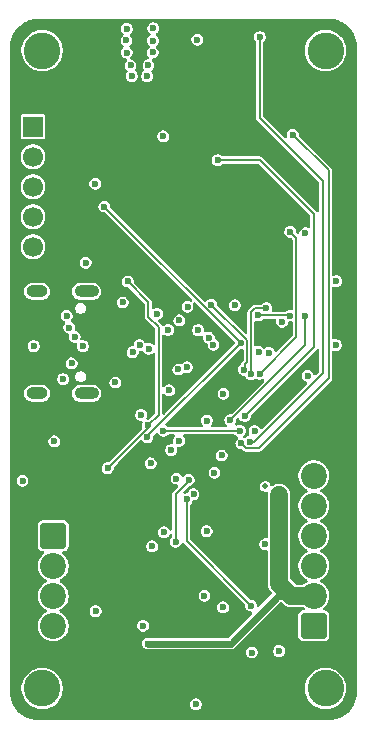
<source format=gbr>
%TF.GenerationSoftware,KiCad,Pcbnew,9.0.2*%
%TF.CreationDate,2025-06-24T12:42:33-05:00*%
%TF.ProjectId,Flight Computer,466c6967-6874-4204-936f-6d7075746572,rev?*%
%TF.SameCoordinates,Original*%
%TF.FileFunction,Copper,L3,Inr*%
%TF.FilePolarity,Positive*%
%FSLAX46Y46*%
G04 Gerber Fmt 4.6, Leading zero omitted, Abs format (unit mm)*
G04 Created by KiCad (PCBNEW 9.0.2) date 2025-06-24 12:42:33*
%MOMM*%
%LPD*%
G01*
G04 APERTURE LIST*
G04 Aperture macros list*
%AMRoundRect*
0 Rectangle with rounded corners*
0 $1 Rounding radius*
0 $2 $3 $4 $5 $6 $7 $8 $9 X,Y pos of 4 corners*
0 Add a 4 corners polygon primitive as box body*
4,1,4,$2,$3,$4,$5,$6,$7,$8,$9,$2,$3,0*
0 Add four circle primitives for the rounded corners*
1,1,$1+$1,$2,$3*
1,1,$1+$1,$4,$5*
1,1,$1+$1,$6,$7*
1,1,$1+$1,$8,$9*
0 Add four rect primitives between the rounded corners*
20,1,$1+$1,$2,$3,$4,$5,0*
20,1,$1+$1,$4,$5,$6,$7,0*
20,1,$1+$1,$6,$7,$8,$9,0*
20,1,$1+$1,$8,$9,$2,$3,0*%
G04 Aperture macros list end*
%TA.AperFunction,ComponentPad*%
%ADD10C,3.100000*%
%TD*%
%TA.AperFunction,ComponentPad*%
%ADD11RoundRect,0.249999X-0.850001X0.850001X-0.850001X-0.850001X0.850001X-0.850001X0.850001X0.850001X0*%
%TD*%
%TA.AperFunction,ComponentPad*%
%ADD12C,2.200000*%
%TD*%
%TA.AperFunction,ComponentPad*%
%ADD13R,1.700000X1.700000*%
%TD*%
%TA.AperFunction,ComponentPad*%
%ADD14C,1.700000*%
%TD*%
%TA.AperFunction,HeatsinkPad*%
%ADD15O,2.100000X1.000000*%
%TD*%
%TA.AperFunction,HeatsinkPad*%
%ADD16O,1.800000X1.000000*%
%TD*%
%TA.AperFunction,ComponentPad*%
%ADD17RoundRect,0.249999X0.850001X-0.850001X0.850001X0.850001X-0.850001X0.850001X-0.850001X-0.850001X0*%
%TD*%
%TA.AperFunction,ViaPad*%
%ADD18C,0.600000*%
%TD*%
%TA.AperFunction,ViaPad*%
%ADD19C,0.503200*%
%TD*%
%TA.AperFunction,Conductor*%
%ADD20C,0.200000*%
%TD*%
%TA.AperFunction,Conductor*%
%ADD21C,1.500000*%
%TD*%
%TA.AperFunction,Conductor*%
%ADD22C,0.600000*%
%TD*%
G04 APERTURE END LIST*
D10*
%TO.N,GND*%
%TO.C,H504*%
X124700000Y-109500000D03*
%TD*%
%TO.N,GND*%
%TO.C,H501*%
X100700000Y-55500000D03*
%TD*%
D11*
%TO.N,GND*%
%TO.C,J504*%
X101640000Y-96580000D03*
D12*
%TO.N,/Pryo3*%
X101640000Y-99120000D03*
%TO.N,GND*%
X101640000Y-101659999D03*
%TO.N,VCC*%
X101640000Y-104200000D03*
%TD*%
D13*
%TO.N,/Servo1*%
%TO.C,J507*%
X99920000Y-61950000D03*
D14*
%TO.N,/Servo2*%
X99920000Y-64490000D03*
%TO.N,/Servo3*%
X99920000Y-67030000D03*
%TO.N,/Servo4*%
X99920000Y-69570000D03*
%TO.N,GND*%
X99920000Y-72110000D03*
%TD*%
D15*
%TO.N,GND*%
%TO.C,J502*%
X104455000Y-75890000D03*
D16*
X100275000Y-75890000D03*
D15*
X104455000Y-84530000D03*
D16*
X100275000Y-84530000D03*
%TD*%
D17*
%TO.N,VCC*%
%TO.C,J503*%
X123700000Y-104200000D03*
D12*
%TO.N,Pyro_Power*%
X123700000Y-101660000D03*
%TO.N,/Pryo1*%
X123700000Y-99120001D03*
%TO.N,GND*%
X123700000Y-96580000D03*
%TO.N,/Pryo2*%
X123700000Y-94040000D03*
%TO.N,GND*%
X123700000Y-91500000D03*
%TD*%
D10*
%TO.N,GND*%
%TO.C,H503*%
X100700000Y-109500000D03*
%TD*%
%TO.N,GND*%
%TO.C,H502*%
X124700000Y-55500000D03*
%TD*%
D18*
%TO.N,GND*%
X107520000Y-76830000D03*
X120760000Y-106340000D03*
X119910000Y-81100000D03*
X123170000Y-83020000D03*
X110050000Y-55660000D03*
X109890000Y-90450000D03*
X109580000Y-57670000D03*
X108180000Y-56750000D03*
X107870000Y-53660000D03*
X125580000Y-75030000D03*
X110000000Y-97480000D03*
X107860000Y-55670000D03*
X114640000Y-86830000D03*
X113840000Y-54580000D03*
X112070000Y-91740000D03*
X107840000Y-54650000D03*
X110110000Y-53610000D03*
X108290000Y-57660000D03*
X116010000Y-102640000D03*
X110080000Y-54670000D03*
X111370000Y-79160000D03*
X104390000Y-73460000D03*
X109080000Y-86350000D03*
X109700000Y-56740000D03*
X118450000Y-106470000D03*
X111620000Y-89330000D03*
X110950000Y-62770000D03*
X99990000Y-80520000D03*
%TO.N,+3.3V*%
X111162252Y-92302252D03*
X119641714Y-86558286D03*
X119420000Y-63770000D03*
X116590000Y-54350000D03*
X117270000Y-108500000D03*
X101360000Y-90670000D03*
X113982981Y-92465411D03*
X109551789Y-80016472D03*
X119712646Y-90702646D03*
X125560000Y-88710000D03*
X115010000Y-102650000D03*
X105100000Y-87260000D03*
X117010000Y-58400000D03*
X111180000Y-85440000D03*
X112625654Y-101247000D03*
X107660000Y-108500000D03*
X119570000Y-79710000D03*
X114497354Y-84652646D03*
X111170000Y-58030000D03*
X115590000Y-68670000D03*
%TO.N,VCC*%
X109250000Y-104200000D03*
X119583000Y-97300000D03*
X113719500Y-110850938D03*
X99040000Y-91920000D03*
D19*
X119590000Y-92410000D03*
D18*
%TO.N,/SWDIO*%
X114804853Y-79799201D03*
%TO.N,/NRST*%
X115900000Y-89780000D03*
%TO.N,/SWCLK*%
X109705958Y-80754042D03*
X125560000Y-80440000D03*
%TO.N,/USB_DP_N*%
X108359479Y-81040521D03*
X104152385Y-80532907D03*
X103457906Y-79736802D03*
%TO.N,/USB_DP_P*%
X108960521Y-80439479D03*
%TO.N,Pyro_Power*%
X109660000Y-105710000D03*
X120760000Y-98050000D03*
X120780944Y-93158892D03*
%TO.N,/I2C_SDA*%
X109617646Y-88227646D03*
X117520000Y-80260000D03*
X105970000Y-68710000D03*
%TO.N,/I2C_SCL*%
X109660000Y-87240000D03*
X106240000Y-90860000D03*
X107948000Y-75050000D03*
%TO.N,/SPI_SCK*%
X113900000Y-79170000D03*
X122980000Y-70980000D03*
X112950000Y-82320000D03*
X117010000Y-77066000D03*
X118682002Y-87720000D03*
%TO.N,/SPI_MOSI*%
X117432002Y-87690000D03*
X110967000Y-87690000D03*
X121699306Y-77940000D03*
X119010000Y-77923000D03*
%TO.N,/SPI_CS1*%
X119126000Y-54356000D03*
X118277840Y-88623880D03*
%TO.N,/SPI_MISO*%
X112299749Y-88540000D03*
X121020000Y-78450000D03*
X112223343Y-82503769D03*
%TO.N,/Pryo1_Cont*%
X114440000Y-101670000D03*
X113520000Y-93060000D03*
%TO.N,Net-(Q702-B)*%
X114625689Y-96194311D03*
%TO.N,Net-(Q703-B)*%
X105230000Y-102960000D03*
%TO.N,/{slash}GPS_SAFEBOOT*%
X105200000Y-66780000D03*
%TO.N,/Armed*%
X112944972Y-93504833D03*
X118380000Y-102490000D03*
%TO.N,/Pryo1_Trigger*%
X113108904Y-91848904D03*
X112000000Y-97090000D03*
%TO.N,/Pryo2_Trigger*%
X115288241Y-91238418D03*
%TO.N,/Pryo3_Trigger*%
X111010000Y-96290000D03*
%TO.N,/MCU/FLASH_CS*%
X119690000Y-77310000D03*
X118376000Y-82928998D03*
%TO.N,/MCU/{slash}FLASH_WP*%
X116632710Y-86788001D03*
X122970000Y-77960000D03*
%TO.N,/MCU/{slash}FLASH_RESET*%
X121700000Y-70830000D03*
X119101670Y-82885031D03*
%TO.N,/BARO_CS*%
X116050000Y-84550000D03*
%TO.N,/IMU_INT2*%
X119030000Y-81020000D03*
%TO.N,/LORA_SEL*%
X117776781Y-82517334D03*
X115010646Y-77005354D03*
%TO.N,/LORA_RESET*%
X106890000Y-83600000D03*
X113010000Y-77190000D03*
%TO.N,/LORA_DIO0*%
X117563347Y-88758165D03*
X121917646Y-62622354D03*
%TO.N,/IMU_INT1*%
X111446050Y-84264284D03*
%TO.N,/IMU_CS*%
X115201479Y-80408479D03*
%TO.N,/GPS_TX*%
X110430000Y-77790000D03*
%TO.N,/GPS_INT*%
X117856000Y-86442003D03*
X115570000Y-64770000D03*
%TO.N,/GPS_RX*%
X112320000Y-78340000D03*
%TO.N,VBUS*%
X101730000Y-88590000D03*
X102475000Y-83315000D03*
X102780000Y-77960000D03*
%TO.N,Net-(J502-CC2)*%
X103200000Y-81980000D03*
%TO.N,Net-(J502-CC1)*%
X102999000Y-78960000D03*
%TD*%
D20*
%TO.N,/LORA_DIO0*%
X117957062Y-89151880D02*
X117563347Y-88758165D01*
X121917646Y-62622354D02*
X124950000Y-65654708D01*
X119058120Y-89151880D02*
X117957062Y-89151880D01*
X124950000Y-65654708D02*
X124950000Y-83260000D01*
X124950000Y-83260000D02*
X119058120Y-89151880D01*
D21*
%TO.N,Pyro_Power*%
X123700000Y-101660000D02*
X121790000Y-101660000D01*
D22*
X120700000Y-101660000D02*
X121790000Y-101660000D01*
X109660000Y-105710000D02*
X116650000Y-105710000D01*
X116650000Y-105710000D02*
X120700000Y-101660000D01*
D21*
X120760000Y-98050000D02*
X120760000Y-93130000D01*
X121790000Y-101660000D02*
X120760000Y-100630000D01*
X120760000Y-100630000D02*
X120760000Y-98050000D01*
D20*
%TO.N,/I2C_SDA*%
X109617646Y-88227646D02*
X109617646Y-88162354D01*
X105970000Y-68710000D02*
X117520000Y-80260000D01*
X109617646Y-88162354D02*
X117520000Y-80260000D01*
%TO.N,/I2C_SCL*%
X110560000Y-78900000D02*
X109680000Y-78020000D01*
X106240000Y-90860000D02*
X109660000Y-87440000D01*
X109660000Y-87240000D02*
X110560000Y-86340000D01*
X109660000Y-87440000D02*
X109660000Y-87240000D01*
X109680000Y-78020000D02*
X109680000Y-76782000D01*
X110560000Y-86340000D02*
X110560000Y-78900000D01*
X109680000Y-76782000D02*
X107948000Y-75050000D01*
%TO.N,/SPI_MOSI*%
X110967000Y-87690000D02*
X117432002Y-87690000D01*
X119010000Y-77923000D02*
X121682306Y-77923000D01*
X121682306Y-77923000D02*
X121699306Y-77940000D01*
%TO.N,/SPI_CS1*%
X124460000Y-82804000D02*
X124460000Y-66548000D01*
X124460000Y-66548000D02*
X119126000Y-61214000D01*
X118277840Y-88623880D02*
X118640120Y-88623880D01*
X118640120Y-88623880D02*
X124460000Y-82804000D01*
X119126000Y-61214000D02*
X119126000Y-54356000D01*
%TO.N,/Armed*%
X112944972Y-97054972D02*
X118380000Y-102490000D01*
X112944972Y-93504833D02*
X112944972Y-97054972D01*
%TO.N,/Pryo1_Trigger*%
X112000000Y-93080000D02*
X112000000Y-97090000D01*
X113108904Y-91848904D02*
X113108904Y-91971096D01*
X113108904Y-91971096D02*
X112000000Y-93080000D01*
%TO.N,/MCU/FLASH_CS*%
X118376000Y-82928998D02*
X118376000Y-77654000D01*
X118720000Y-77310000D02*
X119690000Y-77310000D01*
X118376000Y-77654000D02*
X118720000Y-77310000D01*
%TO.N,/MCU/{slash}FLASH_WP*%
X116632710Y-86788001D02*
X122970000Y-80450711D01*
X122970000Y-80450711D02*
X122970000Y-77960000D01*
%TO.N,/MCU/{slash}FLASH_RESET*%
X122227306Y-71357306D02*
X121700000Y-70830000D01*
X119101670Y-82885031D02*
X122227306Y-79759395D01*
X122227306Y-79759395D02*
X122227306Y-71357306D01*
%TO.N,/LORA_SEL*%
X118048000Y-80042708D02*
X115010646Y-77005354D01*
X117849000Y-82079970D02*
X118048000Y-81880970D01*
X117776781Y-82517334D02*
X117849000Y-82445115D01*
X118048000Y-81880970D02*
X118048000Y-80042708D01*
X117849000Y-82445115D02*
X117849000Y-82079970D01*
%TO.N,/GPS_INT*%
X123698000Y-69342000D02*
X119126000Y-64770000D01*
X123698000Y-80600003D02*
X123698000Y-69342000D01*
X117856000Y-86442003D02*
X123698000Y-80600003D01*
X119126000Y-64770000D02*
X115570000Y-64770000D01*
%TD*%
%TA.AperFunction,Conductor*%
%TO.N,+3.3V*%
G36*
X124124212Y-80775102D02*
G01*
X124156969Y-80836816D01*
X124159500Y-80861740D01*
X124159500Y-82628166D01*
X124139815Y-82695205D01*
X124123181Y-82715847D01*
X123867680Y-82971348D01*
X123806357Y-83004833D01*
X123736665Y-82999849D01*
X123680732Y-82957977D01*
X123660225Y-82915763D01*
X123636392Y-82826814D01*
X123635141Y-82824648D01*
X123613054Y-82786392D01*
X123570500Y-82712686D01*
X123477314Y-82619500D01*
X123390989Y-82569660D01*
X123363187Y-82553608D01*
X123269473Y-82528498D01*
X123235892Y-82519500D01*
X123104108Y-82519500D01*
X122976812Y-82553608D01*
X122862686Y-82619500D01*
X122862683Y-82619502D01*
X122769502Y-82712683D01*
X122769500Y-82712686D01*
X122703608Y-82826812D01*
X122677208Y-82925341D01*
X122669500Y-82954108D01*
X122669500Y-83085892D01*
X122671753Y-83094299D01*
X122703608Y-83213187D01*
X122724349Y-83249110D01*
X122769500Y-83327314D01*
X122862686Y-83420500D01*
X122976814Y-83486392D01*
X123065760Y-83510224D01*
X123125420Y-83546589D01*
X123155949Y-83609436D01*
X123147654Y-83678811D01*
X123121347Y-83717680D01*
X119322625Y-87516403D01*
X119261302Y-87549888D01*
X119191610Y-87544904D01*
X119135677Y-87503032D01*
X119127557Y-87490723D01*
X119116704Y-87471925D01*
X119082502Y-87412686D01*
X118989316Y-87319500D01*
X118932252Y-87286554D01*
X118875189Y-87253608D01*
X118811541Y-87236554D01*
X118747894Y-87219500D01*
X118616110Y-87219500D01*
X118488814Y-87253608D01*
X118374688Y-87319500D01*
X118374685Y-87319502D01*
X118281504Y-87412683D01*
X118281502Y-87412686D01*
X118215610Y-87526812D01*
X118209427Y-87549888D01*
X118181502Y-87654108D01*
X118181502Y-87785892D01*
X118214693Y-87909765D01*
X118215611Y-87913188D01*
X118215611Y-87913189D01*
X118239416Y-87954420D01*
X118255889Y-88022320D01*
X118233037Y-88088347D01*
X118178115Y-88131538D01*
X118164124Y-88136194D01*
X118151787Y-88139500D01*
X118084652Y-88157488D01*
X117970526Y-88223380D01*
X117916118Y-88277787D01*
X117854794Y-88311271D01*
X117785103Y-88306285D01*
X117766439Y-88297491D01*
X117757744Y-88292471D01*
X117709528Y-88241905D01*
X117696304Y-88173298D01*
X117722272Y-88108433D01*
X117734084Y-88096762D01*
X117733569Y-88096247D01*
X117777516Y-88052300D01*
X117832502Y-87997314D01*
X117898394Y-87883186D01*
X117932502Y-87755892D01*
X117932502Y-87624108D01*
X117898394Y-87496814D01*
X117832502Y-87382686D01*
X117739316Y-87289500D01*
X117672456Y-87250898D01*
X117625189Y-87223608D01*
X117561541Y-87206554D01*
X117497894Y-87189500D01*
X117366110Y-87189500D01*
X117238816Y-87223608D01*
X117238815Y-87223608D01*
X117238813Y-87223609D01*
X117238812Y-87223609D01*
X117220073Y-87234428D01*
X117152172Y-87250898D01*
X117086146Y-87228044D01*
X117042957Y-87173122D01*
X117036317Y-87103569D01*
X117050690Y-87065038D01*
X117067168Y-87036499D01*
X117099102Y-86981187D01*
X117133210Y-86853893D01*
X117133210Y-86763833D01*
X117141853Y-86734395D01*
X117148377Y-86704407D01*
X117152132Y-86699390D01*
X117152895Y-86696794D01*
X117169528Y-86676153D01*
X117188368Y-86657313D01*
X117209779Y-86635901D01*
X117271099Y-86602417D01*
X117340791Y-86607401D01*
X117396725Y-86649271D01*
X117404846Y-86661582D01*
X117455500Y-86749317D01*
X117548686Y-86842503D01*
X117662814Y-86908395D01*
X117790108Y-86942503D01*
X117790110Y-86942503D01*
X117921890Y-86942503D01*
X117921892Y-86942503D01*
X118049186Y-86908395D01*
X118163314Y-86842503D01*
X118256500Y-86749317D01*
X118322392Y-86635189D01*
X118356500Y-86507895D01*
X118356500Y-86417835D01*
X118376185Y-86350796D01*
X118392819Y-86330154D01*
X123944207Y-80778767D01*
X123945546Y-80780106D01*
X123993543Y-80745054D01*
X124063289Y-80740894D01*
X124124212Y-80775102D01*
G37*
%TD.AperFunction*%
%TA.AperFunction,Conductor*%
G36*
X117639292Y-80760160D02*
G01*
X117661249Y-80760682D01*
X117672555Y-80768333D01*
X117685817Y-80771592D01*
X117700928Y-80787534D01*
X117719114Y-80799841D01*
X117724488Y-80812390D01*
X117733883Y-80822301D01*
X117737975Y-80843879D01*
X117746622Y-80864067D01*
X117747500Y-80878796D01*
X117747500Y-81705137D01*
X117727815Y-81772176D01*
X117711181Y-81792818D01*
X117608541Y-81895457D01*
X117608535Y-81895465D01*
X117568982Y-81963974D01*
X117568980Y-81963978D01*
X117568979Y-81963980D01*
X117568979Y-81963981D01*
X117552030Y-82027230D01*
X117515666Y-82086889D01*
X117494258Y-82102520D01*
X117469473Y-82116829D01*
X117469464Y-82116836D01*
X117376283Y-82210017D01*
X117376281Y-82210020D01*
X117310389Y-82324146D01*
X117277957Y-82445187D01*
X117276281Y-82451442D01*
X117276281Y-82583226D01*
X117286001Y-82619502D01*
X117310389Y-82710521D01*
X117326204Y-82737912D01*
X117376281Y-82824648D01*
X117469467Y-82917834D01*
X117583595Y-82983726D01*
X117710889Y-83017834D01*
X117710891Y-83017834D01*
X117786499Y-83017834D01*
X117853538Y-83037519D01*
X117899293Y-83090323D01*
X117906273Y-83109739D01*
X117909607Y-83122182D01*
X117909607Y-83122183D01*
X117931193Y-83159571D01*
X117975500Y-83236312D01*
X118068686Y-83329498D01*
X118182814Y-83395390D01*
X118310108Y-83429498D01*
X118310110Y-83429498D01*
X118441890Y-83429498D01*
X118441892Y-83429498D01*
X118569186Y-83395390D01*
X118683314Y-83329498D01*
X118684547Y-83328264D01*
X118685848Y-83327554D01*
X118689765Y-83324549D01*
X118690233Y-83325159D01*
X118745866Y-83294777D01*
X118815558Y-83299756D01*
X118834228Y-83308551D01*
X118908484Y-83351423D01*
X119035778Y-83385531D01*
X119035780Y-83385531D01*
X119167560Y-83385531D01*
X119167562Y-83385531D01*
X119294856Y-83351423D01*
X119306000Y-83344989D01*
X119373900Y-83328515D01*
X119439927Y-83351366D01*
X119483119Y-83406287D01*
X119489762Y-83475840D01*
X119457747Y-83537943D01*
X119455683Y-83540056D01*
X116744557Y-86251182D01*
X116683234Y-86284667D01*
X116656876Y-86287501D01*
X116566818Y-86287501D01*
X116439522Y-86321609D01*
X116325396Y-86387501D01*
X116325393Y-86387503D01*
X116232212Y-86480684D01*
X116232210Y-86480687D01*
X116166318Y-86594813D01*
X116149571Y-86657316D01*
X116132210Y-86722109D01*
X116132210Y-86853893D01*
X116146813Y-86908394D01*
X116166318Y-86981188D01*
X116190566Y-87023186D01*
X116232210Y-87095315D01*
X116232212Y-87095317D01*
X116314714Y-87177819D01*
X116348199Y-87239142D01*
X116343215Y-87308834D01*
X116301343Y-87364767D01*
X116235879Y-87389184D01*
X116227033Y-87389500D01*
X115087676Y-87389500D01*
X115020637Y-87369815D01*
X114974882Y-87317011D01*
X114964938Y-87247853D01*
X114993963Y-87184297D01*
X114999995Y-87177819D01*
X115011307Y-87166507D01*
X115040500Y-87137314D01*
X115106392Y-87023186D01*
X115140500Y-86895892D01*
X115140500Y-86764108D01*
X115106392Y-86636814D01*
X115105454Y-86635190D01*
X115082144Y-86594815D01*
X115040500Y-86522686D01*
X114947314Y-86429500D01*
X114890250Y-86396554D01*
X114833187Y-86363608D01*
X114769539Y-86346554D01*
X114705892Y-86329500D01*
X114574108Y-86329500D01*
X114446812Y-86363608D01*
X114332686Y-86429500D01*
X114332683Y-86429502D01*
X114239502Y-86522683D01*
X114239500Y-86522686D01*
X114173608Y-86636812D01*
X114139500Y-86764108D01*
X114139500Y-86895891D01*
X114173608Y-87023187D01*
X114197771Y-87065038D01*
X114239500Y-87137314D01*
X114239502Y-87137316D01*
X114280005Y-87177819D01*
X114313490Y-87239142D01*
X114308506Y-87308834D01*
X114266634Y-87364767D01*
X114201170Y-87389184D01*
X114192324Y-87389500D01*
X111425676Y-87389500D01*
X111404116Y-87383169D01*
X111381714Y-87381445D01*
X111367958Y-87372552D01*
X111358637Y-87369815D01*
X111350829Y-87364363D01*
X111344028Y-87359214D01*
X111274314Y-87289500D01*
X111180082Y-87235095D01*
X111173919Y-87230429D01*
X111157543Y-87208305D01*
X111138550Y-87188385D01*
X111137054Y-87180624D01*
X111132351Y-87174270D01*
X111130535Y-87146800D01*
X111125328Y-87119778D01*
X111128265Y-87112440D01*
X111127744Y-87104552D01*
X111141066Y-87080464D01*
X111151296Y-87054913D01*
X111161077Y-87043893D01*
X113720862Y-84484108D01*
X115549500Y-84484108D01*
X115549500Y-84615892D01*
X115566554Y-84679539D01*
X115583608Y-84743187D01*
X115616554Y-84800250D01*
X115649500Y-84857314D01*
X115742686Y-84950500D01*
X115856814Y-85016392D01*
X115984108Y-85050500D01*
X115984110Y-85050500D01*
X116115890Y-85050500D01*
X116115892Y-85050500D01*
X116243186Y-85016392D01*
X116357314Y-84950500D01*
X116450500Y-84857314D01*
X116516392Y-84743186D01*
X116550500Y-84615892D01*
X116550500Y-84484108D01*
X116516392Y-84356814D01*
X116450500Y-84242686D01*
X116357314Y-84149500D01*
X116272442Y-84100499D01*
X116243187Y-84083608D01*
X116178931Y-84066391D01*
X116115892Y-84049500D01*
X115984108Y-84049500D01*
X115856812Y-84083608D01*
X115742686Y-84149500D01*
X115742683Y-84149502D01*
X115649502Y-84242683D01*
X115649500Y-84242686D01*
X115583608Y-84356812D01*
X115556637Y-84457471D01*
X115549500Y-84484108D01*
X113720862Y-84484108D01*
X117408151Y-80796818D01*
X117432746Y-80783388D01*
X117455622Y-80767201D01*
X117465365Y-80765577D01*
X117469474Y-80763334D01*
X117490297Y-80760624D01*
X117493072Y-80760500D01*
X117585892Y-80760500D01*
X117604466Y-80755523D01*
X117617965Y-80754920D01*
X117639292Y-80760160D01*
G37*
%TD.AperFunction*%
%TA.AperFunction,Conductor*%
G36*
X120424921Y-78230543D02*
G01*
X120449746Y-78233511D01*
X120457869Y-78240217D01*
X120467974Y-78243185D01*
X120484343Y-78262076D01*
X120503625Y-78277996D01*
X120506832Y-78288030D01*
X120513729Y-78295989D01*
X120517286Y-78320731D01*
X120524900Y-78344547D01*
X120522998Y-78360453D01*
X120523673Y-78365147D01*
X120520710Y-78379592D01*
X120519500Y-78384106D01*
X120519500Y-78384108D01*
X120519500Y-78515892D01*
X120530996Y-78558796D01*
X120553608Y-78643187D01*
X120563027Y-78659500D01*
X120619500Y-78757314D01*
X120712686Y-78850500D01*
X120826814Y-78916392D01*
X120954108Y-78950500D01*
X120954110Y-78950500D01*
X121085890Y-78950500D01*
X121085892Y-78950500D01*
X121213186Y-78916392D01*
X121327314Y-78850500D01*
X121420500Y-78757314D01*
X121486392Y-78643186D01*
X121516075Y-78532404D01*
X121529504Y-78510373D01*
X121539418Y-78486544D01*
X121547393Y-78481025D01*
X121552439Y-78472747D01*
X121575648Y-78461472D01*
X121596872Y-78446785D01*
X121610358Y-78444610D01*
X121615285Y-78442217D01*
X121631615Y-78440572D01*
X121633722Y-78440500D01*
X121765198Y-78440500D01*
X121784411Y-78435351D01*
X121798572Y-78434868D01*
X121819233Y-78440175D01*
X121840555Y-78440682D01*
X121852394Y-78448693D01*
X121866245Y-78452252D01*
X121880757Y-78467888D01*
X121898420Y-78479841D01*
X121904048Y-78492982D01*
X121913776Y-78503463D01*
X121917530Y-78524461D01*
X121925928Y-78544067D01*
X121926806Y-78558796D01*
X121926806Y-79583562D01*
X121907121Y-79650601D01*
X121890487Y-79671243D01*
X120587119Y-80974610D01*
X120525796Y-81008095D01*
X120456104Y-81003111D01*
X120400171Y-80961239D01*
X120379664Y-80919024D01*
X120376392Y-80906814D01*
X120360216Y-80878796D01*
X120310500Y-80792686D01*
X120217314Y-80699500D01*
X120158747Y-80665686D01*
X120103187Y-80633608D01*
X120039539Y-80616554D01*
X119975892Y-80599500D01*
X119844108Y-80599500D01*
X119716812Y-80633608D01*
X119602686Y-80699500D01*
X119602678Y-80699506D01*
X119597672Y-80704512D01*
X119536346Y-80737992D01*
X119466655Y-80733001D01*
X119422318Y-80704504D01*
X119337316Y-80619502D01*
X119337314Y-80619500D01*
X119279100Y-80585890D01*
X119223187Y-80553608D01*
X119130656Y-80528815D01*
X119095892Y-80519500D01*
X118964108Y-80519500D01*
X118832593Y-80554739D01*
X118762743Y-80553076D01*
X118704881Y-80513913D01*
X118677377Y-80449685D01*
X118676500Y-80434964D01*
X118676500Y-78513394D01*
X118696185Y-78446355D01*
X118748989Y-78400600D01*
X118818147Y-78390656D01*
X118832574Y-78393615D01*
X118944108Y-78423500D01*
X118944111Y-78423500D01*
X119075890Y-78423500D01*
X119075892Y-78423500D01*
X119203186Y-78389392D01*
X119317314Y-78323500D01*
X119380995Y-78259819D01*
X119442318Y-78226334D01*
X119468676Y-78223500D01*
X120400935Y-78223500D01*
X120424921Y-78230543D01*
G37*
%TD.AperFunction*%
%TA.AperFunction,Conductor*%
G36*
X124973736Y-52800726D02*
G01*
X125251742Y-52817542D01*
X125266605Y-52819347D01*
X125341845Y-52833135D01*
X125536866Y-52868874D01*
X125551395Y-52872455D01*
X125813713Y-52954197D01*
X125827709Y-52959505D01*
X126078264Y-53072270D01*
X126091522Y-53079228D01*
X126326658Y-53221373D01*
X126338969Y-53229871D01*
X126495728Y-53352683D01*
X126555261Y-53399324D01*
X126566469Y-53409254D01*
X126760745Y-53603530D01*
X126770675Y-53614738D01*
X126940124Y-53831024D01*
X126948630Y-53843347D01*
X127090770Y-54078476D01*
X127097729Y-54091735D01*
X127210494Y-54342290D01*
X127215803Y-54356290D01*
X127297542Y-54618597D01*
X127301126Y-54633137D01*
X127350652Y-54903394D01*
X127352457Y-54918258D01*
X127369274Y-55196263D01*
X127369500Y-55203750D01*
X127369500Y-109796249D01*
X127369274Y-109803736D01*
X127352457Y-110081741D01*
X127350652Y-110096605D01*
X127301126Y-110366862D01*
X127297542Y-110381402D01*
X127215803Y-110643709D01*
X127210494Y-110657709D01*
X127097729Y-110908264D01*
X127090770Y-110921523D01*
X126948630Y-111156652D01*
X126940124Y-111168975D01*
X126770675Y-111385261D01*
X126760745Y-111396469D01*
X126566469Y-111590745D01*
X126555261Y-111600675D01*
X126338975Y-111770124D01*
X126326652Y-111778630D01*
X126091523Y-111920770D01*
X126078264Y-111927729D01*
X125827709Y-112040494D01*
X125813709Y-112045803D01*
X125551402Y-112127542D01*
X125536862Y-112131126D01*
X125266605Y-112180652D01*
X125251741Y-112182457D01*
X124973736Y-112199274D01*
X124966249Y-112199500D01*
X100373752Y-112199500D01*
X100366265Y-112199274D01*
X100088259Y-112182457D01*
X100073394Y-112180652D01*
X99803134Y-112131125D01*
X99788600Y-112127543D01*
X99526282Y-112045802D01*
X99512292Y-112040496D01*
X99261736Y-111927730D01*
X99248477Y-111920771D01*
X99013347Y-111778630D01*
X99001024Y-111770124D01*
X98784738Y-111600675D01*
X98773530Y-111590745D01*
X98579254Y-111396469D01*
X98569324Y-111385261D01*
X98399871Y-111168969D01*
X98391373Y-111156658D01*
X98249225Y-110921516D01*
X98242270Y-110908264D01*
X98129501Y-110657702D01*
X98124200Y-110643726D01*
X98042453Y-110381387D01*
X98038874Y-110366865D01*
X97989347Y-110096605D01*
X97987542Y-110081740D01*
X97970726Y-109803735D01*
X97970500Y-109796248D01*
X97970500Y-109385258D01*
X98949500Y-109385258D01*
X98949500Y-109614741D01*
X98967625Y-109752404D01*
X98979452Y-109842238D01*
X98979453Y-109842240D01*
X99038842Y-110063887D01*
X99126650Y-110275876D01*
X99126657Y-110275890D01*
X99241392Y-110474617D01*
X99381081Y-110656661D01*
X99381089Y-110656670D01*
X99543330Y-110818911D01*
X99543338Y-110818918D01*
X99725382Y-110958607D01*
X99725385Y-110958608D01*
X99725388Y-110958611D01*
X99924112Y-111073344D01*
X99924117Y-111073346D01*
X99924123Y-111073349D01*
X100015480Y-111111190D01*
X100136113Y-111161158D01*
X100357762Y-111220548D01*
X100585266Y-111250500D01*
X100585273Y-111250500D01*
X100814727Y-111250500D01*
X100814734Y-111250500D01*
X101042238Y-111220548D01*
X101263887Y-111161158D01*
X101475888Y-111073344D01*
X101674612Y-110958611D01*
X101856661Y-110818919D01*
X101856665Y-110818914D01*
X101856670Y-110818911D01*
X101890535Y-110785046D01*
X113219000Y-110785046D01*
X113219000Y-110916830D01*
X113230194Y-110958607D01*
X113253108Y-111044125D01*
X113269977Y-111073342D01*
X113319000Y-111158252D01*
X113412186Y-111251438D01*
X113526314Y-111317330D01*
X113653608Y-111351438D01*
X113653610Y-111351438D01*
X113785390Y-111351438D01*
X113785392Y-111351438D01*
X113912686Y-111317330D01*
X114026814Y-111251438D01*
X114120000Y-111158252D01*
X114185892Y-111044124D01*
X114220000Y-110916830D01*
X114220000Y-110785046D01*
X114185892Y-110657752D01*
X114120000Y-110543624D01*
X114026814Y-110450438D01*
X113969750Y-110417492D01*
X113912687Y-110384546D01*
X113846688Y-110366862D01*
X113785392Y-110350438D01*
X113653608Y-110350438D01*
X113526312Y-110384546D01*
X113412186Y-110450438D01*
X113412183Y-110450440D01*
X113319002Y-110543621D01*
X113319000Y-110543624D01*
X113253108Y-110657750D01*
X113219000Y-110785046D01*
X101890535Y-110785046D01*
X102018911Y-110656670D01*
X102018914Y-110656665D01*
X102018919Y-110656661D01*
X102158611Y-110474612D01*
X102273344Y-110275888D01*
X102361158Y-110063887D01*
X102420548Y-109842238D01*
X102450500Y-109614734D01*
X102450500Y-109385266D01*
X102450499Y-109385258D01*
X122949500Y-109385258D01*
X122949500Y-109614741D01*
X122967625Y-109752404D01*
X122979452Y-109842238D01*
X122979453Y-109842240D01*
X123038842Y-110063887D01*
X123126650Y-110275876D01*
X123126657Y-110275890D01*
X123241392Y-110474617D01*
X123381081Y-110656661D01*
X123381089Y-110656670D01*
X123543330Y-110818911D01*
X123543338Y-110818918D01*
X123725382Y-110958607D01*
X123725385Y-110958608D01*
X123725388Y-110958611D01*
X123924112Y-111073344D01*
X123924117Y-111073346D01*
X123924123Y-111073349D01*
X124015480Y-111111190D01*
X124136113Y-111161158D01*
X124357762Y-111220548D01*
X124585266Y-111250500D01*
X124585273Y-111250500D01*
X124814727Y-111250500D01*
X124814734Y-111250500D01*
X125042238Y-111220548D01*
X125263887Y-111161158D01*
X125475888Y-111073344D01*
X125674612Y-110958611D01*
X125856661Y-110818919D01*
X125856665Y-110818914D01*
X125856670Y-110818911D01*
X126018911Y-110656670D01*
X126018914Y-110656665D01*
X126018919Y-110656661D01*
X126158611Y-110474612D01*
X126273344Y-110275888D01*
X126361158Y-110063887D01*
X126420548Y-109842238D01*
X126450500Y-109614734D01*
X126450500Y-109385266D01*
X126420548Y-109157762D01*
X126361158Y-108936113D01*
X126273344Y-108724112D01*
X126158611Y-108525388D01*
X126158608Y-108525385D01*
X126158607Y-108525382D01*
X126018918Y-108343338D01*
X126018911Y-108343330D01*
X125856670Y-108181089D01*
X125856661Y-108181081D01*
X125674617Y-108041392D01*
X125475890Y-107926657D01*
X125475876Y-107926650D01*
X125263887Y-107838842D01*
X125042238Y-107779452D01*
X125004215Y-107774446D01*
X124814741Y-107749500D01*
X124814734Y-107749500D01*
X124585266Y-107749500D01*
X124585258Y-107749500D01*
X124368715Y-107778009D01*
X124357762Y-107779452D01*
X124264076Y-107804554D01*
X124136112Y-107838842D01*
X123924123Y-107926650D01*
X123924109Y-107926657D01*
X123725382Y-108041392D01*
X123543338Y-108181081D01*
X123381081Y-108343338D01*
X123241392Y-108525382D01*
X123126657Y-108724109D01*
X123126650Y-108724123D01*
X123038842Y-108936112D01*
X122979453Y-109157759D01*
X122979451Y-109157770D01*
X122949500Y-109385258D01*
X102450499Y-109385258D01*
X102420548Y-109157762D01*
X102361158Y-108936113D01*
X102273344Y-108724112D01*
X102158611Y-108525388D01*
X102158608Y-108525385D01*
X102158607Y-108525382D01*
X102018918Y-108343338D01*
X102018911Y-108343330D01*
X101856670Y-108181089D01*
X101856661Y-108181081D01*
X101674617Y-108041392D01*
X101475890Y-107926657D01*
X101475876Y-107926650D01*
X101263887Y-107838842D01*
X101042238Y-107779452D01*
X101004215Y-107774446D01*
X100814741Y-107749500D01*
X100814734Y-107749500D01*
X100585266Y-107749500D01*
X100585258Y-107749500D01*
X100368715Y-107778009D01*
X100357762Y-107779452D01*
X100264076Y-107804554D01*
X100136112Y-107838842D01*
X99924123Y-107926650D01*
X99924109Y-107926657D01*
X99725382Y-108041392D01*
X99543338Y-108181081D01*
X99381081Y-108343338D01*
X99241392Y-108525382D01*
X99126657Y-108724109D01*
X99126650Y-108724123D01*
X99038842Y-108936112D01*
X98979453Y-109157759D01*
X98979451Y-109157770D01*
X98949500Y-109385258D01*
X97970500Y-109385258D01*
X97970500Y-106404108D01*
X117949500Y-106404108D01*
X117949500Y-106535891D01*
X117983608Y-106663187D01*
X118016554Y-106720250D01*
X118049500Y-106777314D01*
X118142686Y-106870500D01*
X118256814Y-106936392D01*
X118384108Y-106970500D01*
X118384110Y-106970500D01*
X118515890Y-106970500D01*
X118515892Y-106970500D01*
X118643186Y-106936392D01*
X118757314Y-106870500D01*
X118850500Y-106777314D01*
X118916392Y-106663186D01*
X118950500Y-106535892D01*
X118950500Y-106404108D01*
X118916392Y-106276814D01*
X118914830Y-106274108D01*
X120259500Y-106274108D01*
X120259500Y-106405891D01*
X120293608Y-106533187D01*
X120295170Y-106535892D01*
X120359500Y-106647314D01*
X120452686Y-106740500D01*
X120566814Y-106806392D01*
X120694108Y-106840500D01*
X120694110Y-106840500D01*
X120825890Y-106840500D01*
X120825892Y-106840500D01*
X120953186Y-106806392D01*
X121067314Y-106740500D01*
X121160500Y-106647314D01*
X121226392Y-106533186D01*
X121260500Y-106405892D01*
X121260500Y-106274108D01*
X121226392Y-106146814D01*
X121160500Y-106032686D01*
X121067314Y-105939500D01*
X121004418Y-105903187D01*
X120953187Y-105873608D01*
X120889539Y-105856554D01*
X120825892Y-105839500D01*
X120694108Y-105839500D01*
X120566812Y-105873608D01*
X120452686Y-105939500D01*
X120452683Y-105939502D01*
X120359502Y-106032683D01*
X120359500Y-106032686D01*
X120293608Y-106146812D01*
X120259500Y-106274108D01*
X118914830Y-106274108D01*
X118850500Y-106162686D01*
X118757314Y-106069500D01*
X118700250Y-106036554D01*
X118643187Y-106003608D01*
X118579539Y-105986554D01*
X118515892Y-105969500D01*
X118384108Y-105969500D01*
X118256812Y-106003608D01*
X118142686Y-106069500D01*
X118142683Y-106069502D01*
X118049502Y-106162683D01*
X118049500Y-106162686D01*
X117983608Y-106276812D01*
X117949500Y-106404108D01*
X97970500Y-106404108D01*
X97970500Y-105644108D01*
X109159500Y-105644108D01*
X109159500Y-105775891D01*
X109193608Y-105903187D01*
X109214574Y-105939500D01*
X109259500Y-106017314D01*
X109352686Y-106110500D01*
X109466814Y-106176392D01*
X109594108Y-106210500D01*
X109594110Y-106210500D01*
X116715890Y-106210500D01*
X116715892Y-106210500D01*
X116843186Y-106176392D01*
X116957314Y-106110500D01*
X120839122Y-102228691D01*
X120900443Y-102195208D01*
X120970135Y-102200192D01*
X121014482Y-102228693D01*
X121184088Y-102398299D01*
X121184092Y-102398302D01*
X121339765Y-102502320D01*
X121339766Y-102502320D01*
X121339770Y-102502323D01*
X121421422Y-102536144D01*
X121512749Y-102573973D01*
X121604566Y-102592236D01*
X121678832Y-102607008D01*
X121696382Y-102610500D01*
X121696383Y-102610500D01*
X121696384Y-102610500D01*
X122759953Y-102610500D01*
X122782698Y-102617178D01*
X122806296Y-102619485D01*
X122818872Y-102627800D01*
X122826992Y-102630185D01*
X122836822Y-102637201D01*
X122842508Y-102641693D01*
X122852781Y-102651966D01*
X122886754Y-102676648D01*
X122888719Y-102678201D01*
X122907532Y-102704745D01*
X122927400Y-102730510D01*
X122927621Y-102733091D01*
X122929120Y-102735205D01*
X122930595Y-102767701D01*
X122933381Y-102800123D01*
X122932171Y-102802415D01*
X122932289Y-102805003D01*
X122915962Y-102833135D01*
X122900776Y-102861919D01*
X122898519Y-102863193D01*
X122897219Y-102865434D01*
X122868275Y-102880273D01*
X122839938Y-102896277D01*
X122836232Y-102896702D01*
X122835045Y-102897311D01*
X122832821Y-102897093D01*
X122811857Y-102899500D01*
X122795741Y-102899500D01*
X122784937Y-102900513D01*
X122765300Y-102902354D01*
X122765297Y-102902354D01*
X122765296Y-102902355D01*
X122765294Y-102902355D01*
X122637117Y-102947206D01*
X122527849Y-103027849D01*
X122447206Y-103137118D01*
X122402353Y-103265297D01*
X122402353Y-103265299D01*
X122399500Y-103295729D01*
X122399500Y-105104260D01*
X122399501Y-105104266D01*
X122402354Y-105134700D01*
X122402354Y-105134702D01*
X122402355Y-105134703D01*
X122402355Y-105134705D01*
X122447206Y-105262882D01*
X122527849Y-105372150D01*
X122572655Y-105405218D01*
X122637117Y-105452793D01*
X122679844Y-105467744D01*
X122765298Y-105497646D01*
X122772323Y-105498304D01*
X122795733Y-105500500D01*
X124604266Y-105500499D01*
X124634700Y-105497646D01*
X124762883Y-105452793D01*
X124872150Y-105372150D01*
X124952793Y-105262883D01*
X124984181Y-105173181D01*
X124997646Y-105134702D01*
X124997646Y-105134700D01*
X125000500Y-105104267D01*
X125000499Y-103295734D01*
X124997646Y-103265300D01*
X124952793Y-103137117D01*
X124916331Y-103087713D01*
X124872150Y-103027849D01*
X124775328Y-102956392D01*
X124762883Y-102947207D01*
X124762881Y-102947206D01*
X124634701Y-102902353D01*
X124604271Y-102899500D01*
X124604267Y-102899500D01*
X124588151Y-102899500D01*
X124521112Y-102879815D01*
X124475357Y-102827011D01*
X124465413Y-102757853D01*
X124494438Y-102694297D01*
X124515266Y-102675182D01*
X124547213Y-102651971D01*
X124547215Y-102651968D01*
X124547219Y-102651966D01*
X124691966Y-102507219D01*
X124691968Y-102507215D01*
X124691971Y-102507213D01*
X124752349Y-102424108D01*
X124812287Y-102341610D01*
X124905220Y-102159219D01*
X124968477Y-101964534D01*
X125000500Y-101762352D01*
X125000500Y-101557648D01*
X124968477Y-101355466D01*
X124968476Y-101355464D01*
X124905218Y-101160776D01*
X124864176Y-101080227D01*
X124812287Y-100978390D01*
X124760602Y-100907251D01*
X124691971Y-100812786D01*
X124547213Y-100668028D01*
X124381613Y-100547715D01*
X124381612Y-100547714D01*
X124381610Y-100547713D01*
X124288920Y-100500485D01*
X124238124Y-100452510D01*
X124221329Y-100384689D01*
X124243866Y-100318554D01*
X124288919Y-100279516D01*
X124381610Y-100232288D01*
X124446796Y-100184928D01*
X124547213Y-100111972D01*
X124547215Y-100111969D01*
X124547219Y-100111967D01*
X124691966Y-99967220D01*
X124691968Y-99967216D01*
X124691971Y-99967214D01*
X124744732Y-99894591D01*
X124812287Y-99801611D01*
X124905220Y-99619220D01*
X124968477Y-99424535D01*
X125000500Y-99222353D01*
X125000500Y-99017649D01*
X124968477Y-98815467D01*
X124968476Y-98815465D01*
X124905218Y-98620777D01*
X124871503Y-98554608D01*
X124812287Y-98438391D01*
X124804556Y-98427750D01*
X124691971Y-98272787D01*
X124547213Y-98128029D01*
X124381613Y-98007716D01*
X124381612Y-98007715D01*
X124381610Y-98007714D01*
X124288917Y-97960484D01*
X124238122Y-97912510D01*
X124221327Y-97844689D01*
X124243864Y-97778554D01*
X124288917Y-97739516D01*
X124381610Y-97692287D01*
X124498564Y-97607316D01*
X124547213Y-97571971D01*
X124547215Y-97571968D01*
X124547219Y-97571966D01*
X124691966Y-97427219D01*
X124691968Y-97427215D01*
X124691971Y-97427213D01*
X124793975Y-97286814D01*
X124812287Y-97261610D01*
X124905220Y-97079219D01*
X124968477Y-96884534D01*
X125000500Y-96682352D01*
X125000500Y-96477648D01*
X124986221Y-96387497D01*
X124968477Y-96275465D01*
X124920699Y-96128421D01*
X124905220Y-96080781D01*
X124905218Y-96080778D01*
X124905218Y-96080776D01*
X124855236Y-95982683D01*
X124812287Y-95898390D01*
X124804007Y-95886994D01*
X124691971Y-95732786D01*
X124547213Y-95588028D01*
X124381614Y-95467715D01*
X124375006Y-95464348D01*
X124288917Y-95420483D01*
X124238123Y-95372511D01*
X124221328Y-95304690D01*
X124243865Y-95238555D01*
X124288917Y-95199516D01*
X124381610Y-95152287D01*
X124402770Y-95136913D01*
X124547213Y-95031971D01*
X124547215Y-95031968D01*
X124547219Y-95031966D01*
X124691966Y-94887219D01*
X124691968Y-94887215D01*
X124691971Y-94887213D01*
X124744732Y-94814590D01*
X124812287Y-94721610D01*
X124905220Y-94539219D01*
X124968477Y-94344534D01*
X125000500Y-94142352D01*
X125000500Y-93937648D01*
X124970487Y-93748154D01*
X124968477Y-93735465D01*
X124911627Y-93560500D01*
X124905220Y-93540781D01*
X124905218Y-93540778D01*
X124905218Y-93540776D01*
X124853330Y-93438941D01*
X124812287Y-93358390D01*
X124804556Y-93347749D01*
X124691971Y-93192786D01*
X124547213Y-93048028D01*
X124381614Y-92927715D01*
X124362592Y-92918023D01*
X124288917Y-92880483D01*
X124238123Y-92832511D01*
X124221328Y-92764690D01*
X124243865Y-92698555D01*
X124288917Y-92659516D01*
X124381610Y-92612287D01*
X124454266Y-92559500D01*
X124547213Y-92491971D01*
X124547215Y-92491968D01*
X124547219Y-92491966D01*
X124691966Y-92347219D01*
X124691968Y-92347215D01*
X124691971Y-92347213D01*
X124779082Y-92227313D01*
X124812287Y-92181610D01*
X124905220Y-91999219D01*
X124968477Y-91804534D01*
X125000500Y-91602352D01*
X125000500Y-91397648D01*
X124989214Y-91326391D01*
X124968477Y-91195465D01*
X124905218Y-91000776D01*
X124867061Y-90925890D01*
X124812287Y-90818390D01*
X124767913Y-90757314D01*
X124691971Y-90652786D01*
X124547213Y-90508028D01*
X124381613Y-90387715D01*
X124381612Y-90387714D01*
X124381610Y-90387713D01*
X124320677Y-90356666D01*
X124199223Y-90294781D01*
X124004534Y-90231522D01*
X123829995Y-90203878D01*
X123802352Y-90199500D01*
X123597648Y-90199500D01*
X123573329Y-90203351D01*
X123395465Y-90231522D01*
X123200776Y-90294781D01*
X123018386Y-90387715D01*
X122852786Y-90508028D01*
X122708028Y-90652786D01*
X122587715Y-90818386D01*
X122494781Y-91000776D01*
X122431522Y-91195465D01*
X122399500Y-91397648D01*
X122399500Y-91602351D01*
X122431522Y-91804534D01*
X122494781Y-91999223D01*
X122552849Y-92113186D01*
X122566766Y-92140500D01*
X122587715Y-92181613D01*
X122708028Y-92347213D01*
X122852786Y-92491971D01*
X122980151Y-92584505D01*
X123018390Y-92612287D01*
X123109840Y-92658883D01*
X123111080Y-92659515D01*
X123161876Y-92707490D01*
X123178671Y-92775311D01*
X123156134Y-92841446D01*
X123111080Y-92880485D01*
X123018386Y-92927715D01*
X122852786Y-93048028D01*
X122708028Y-93192786D01*
X122587715Y-93358386D01*
X122494781Y-93540776D01*
X122431522Y-93735465D01*
X122399500Y-93937648D01*
X122399500Y-94142351D01*
X122431522Y-94344534D01*
X122494781Y-94539223D01*
X122587715Y-94721613D01*
X122708028Y-94887213D01*
X122852786Y-95031971D01*
X123007749Y-95144556D01*
X123018390Y-95152287D01*
X123109840Y-95198883D01*
X123111080Y-95199515D01*
X123161876Y-95247490D01*
X123178671Y-95315311D01*
X123156134Y-95381446D01*
X123111080Y-95420485D01*
X123018386Y-95467715D01*
X122852786Y-95588028D01*
X122708028Y-95732786D01*
X122587715Y-95898386D01*
X122494781Y-96080776D01*
X122431522Y-96275465D01*
X122399500Y-96477648D01*
X122399500Y-96682351D01*
X122431522Y-96884534D01*
X122494781Y-97079223D01*
X122556901Y-97201139D01*
X122572063Y-97230896D01*
X122587715Y-97261613D01*
X122708028Y-97427213D01*
X122852786Y-97571971D01*
X123018385Y-97692284D01*
X123018387Y-97692285D01*
X123018390Y-97692287D01*
X123111082Y-97739516D01*
X123161877Y-97787489D01*
X123178672Y-97855310D01*
X123156135Y-97921445D01*
X123111081Y-97960484D01*
X123018391Y-98007712D01*
X123018389Y-98007713D01*
X122852786Y-98128029D01*
X122708028Y-98272787D01*
X122587715Y-98438387D01*
X122494781Y-98620777D01*
X122431522Y-98815466D01*
X122399500Y-99017649D01*
X122399500Y-99222352D01*
X122431522Y-99424535D01*
X122494781Y-99619224D01*
X122558691Y-99744654D01*
X122587712Y-99801610D01*
X122587715Y-99801614D01*
X122708028Y-99967214D01*
X122852786Y-100111972D01*
X123018385Y-100232285D01*
X123018387Y-100232286D01*
X123018390Y-100232288D01*
X123111080Y-100279516D01*
X123161875Y-100327489D01*
X123178670Y-100395310D01*
X123156133Y-100461445D01*
X123111079Y-100500484D01*
X123018391Y-100547711D01*
X123018389Y-100547712D01*
X122852786Y-100668028D01*
X122852782Y-100668032D01*
X122847634Y-100673181D01*
X122786311Y-100706666D01*
X122759953Y-100709500D01*
X122235072Y-100709500D01*
X122168033Y-100689815D01*
X122147391Y-100673181D01*
X121746819Y-100272609D01*
X121713334Y-100211286D01*
X121710500Y-100184928D01*
X121710500Y-93036383D01*
X121710499Y-93036379D01*
X121707853Y-93023078D01*
X121673973Y-92852749D01*
X121618554Y-92718956D01*
X121602323Y-92679771D01*
X121602318Y-92679762D01*
X121498302Y-92524092D01*
X121498299Y-92524088D01*
X121365911Y-92391700D01*
X121365907Y-92391697D01*
X121210237Y-92287681D01*
X121210228Y-92287676D01*
X121037251Y-92216027D01*
X121037243Y-92216025D01*
X120853620Y-92179500D01*
X120853616Y-92179500D01*
X120666384Y-92179500D01*
X120666379Y-92179500D01*
X120482756Y-92216025D01*
X120482748Y-92216027D01*
X120309771Y-92287676D01*
X120309762Y-92287681D01*
X120212352Y-92352769D01*
X120145674Y-92373647D01*
X120078294Y-92355162D01*
X120031604Y-92303183D01*
X120023686Y-92281760D01*
X120017905Y-92260185D01*
X120011290Y-92235496D01*
X119965519Y-92156218D01*
X119951772Y-92132407D01*
X119951768Y-92132402D01*
X119867597Y-92048231D01*
X119867592Y-92048227D01*
X119764506Y-91988711D01*
X119764505Y-91988710D01*
X119735758Y-91981007D01*
X119649520Y-91957900D01*
X119530480Y-91957900D01*
X119461489Y-91976386D01*
X119415494Y-91988710D01*
X119415493Y-91988711D01*
X119312407Y-92048227D01*
X119312402Y-92048231D01*
X119228231Y-92132402D01*
X119228227Y-92132407D01*
X119168711Y-92235493D01*
X119168710Y-92235494D01*
X119154728Y-92287676D01*
X119137900Y-92350480D01*
X119137900Y-92469520D01*
X119143916Y-92491971D01*
X119168710Y-92584505D01*
X119168711Y-92584506D01*
X119228227Y-92687592D01*
X119228229Y-92687595D01*
X119228230Y-92687596D01*
X119312404Y-92771770D01*
X119415496Y-92831290D01*
X119530480Y-92862100D01*
X119530483Y-92862100D01*
X119649518Y-92862100D01*
X119649520Y-92862100D01*
X119662511Y-92858619D01*
X119732359Y-92860280D01*
X119790222Y-92899442D01*
X119817728Y-92963670D01*
X119816223Y-93002582D01*
X119809500Y-93036383D01*
X119809500Y-96680935D01*
X119789815Y-96747974D01*
X119737011Y-96793729D01*
X119667853Y-96803673D01*
X119653408Y-96800710D01*
X119648893Y-96799500D01*
X119648892Y-96799500D01*
X119517108Y-96799500D01*
X119389812Y-96833608D01*
X119275686Y-96899500D01*
X119275683Y-96899502D01*
X119182502Y-96992683D01*
X119182500Y-96992686D01*
X119116608Y-97106812D01*
X119098958Y-97172686D01*
X119082500Y-97234108D01*
X119082500Y-97365892D01*
X119090920Y-97397316D01*
X119116608Y-97493187D01*
X119129029Y-97514700D01*
X119182500Y-97607314D01*
X119275686Y-97700500D01*
X119389814Y-97766392D01*
X119517108Y-97800500D01*
X119517110Y-97800500D01*
X119648888Y-97800500D01*
X119648892Y-97800500D01*
X119653403Y-97799291D01*
X119723249Y-97800950D01*
X119781114Y-97840109D01*
X119808622Y-97904335D01*
X119809500Y-97919064D01*
X119809500Y-100723620D01*
X119846025Y-100907243D01*
X119846027Y-100907251D01*
X119875493Y-100978389D01*
X119875493Y-100978390D01*
X119917675Y-101080227D01*
X119917680Y-101080236D01*
X120021697Y-101235907D01*
X120021700Y-101235911D01*
X120131306Y-101345517D01*
X120164791Y-101406840D01*
X120159807Y-101476532D01*
X120131306Y-101520879D01*
X119092181Y-102560005D01*
X119030858Y-102593490D01*
X118961166Y-102588506D01*
X118905233Y-102546634D01*
X118880816Y-102481170D01*
X118880500Y-102472324D01*
X118880500Y-102424110D01*
X118880500Y-102424108D01*
X118846392Y-102296814D01*
X118780500Y-102182686D01*
X118687314Y-102089500D01*
X118630250Y-102056554D01*
X118573187Y-102023608D01*
X118509539Y-102006554D01*
X118445892Y-101989500D01*
X118355833Y-101989500D01*
X118288794Y-101969815D01*
X118268152Y-101953181D01*
X113281791Y-96966820D01*
X113248306Y-96905497D01*
X113245472Y-96879139D01*
X113245472Y-96128419D01*
X114125189Y-96128419D01*
X114125189Y-96260203D01*
X114129279Y-96275466D01*
X114159297Y-96387498D01*
X114192243Y-96444561D01*
X114225189Y-96501625D01*
X114318375Y-96594811D01*
X114432503Y-96660703D01*
X114559797Y-96694811D01*
X114559799Y-96694811D01*
X114691579Y-96694811D01*
X114691581Y-96694811D01*
X114818875Y-96660703D01*
X114933003Y-96594811D01*
X115026189Y-96501625D01*
X115092081Y-96387497D01*
X115126189Y-96260203D01*
X115126189Y-96128419D01*
X115092081Y-96001125D01*
X115026189Y-95886997D01*
X114933003Y-95793811D01*
X114875939Y-95760865D01*
X114818876Y-95727919D01*
X114755228Y-95710865D01*
X114691581Y-95693811D01*
X114559797Y-95693811D01*
X114432501Y-95727919D01*
X114318375Y-95793811D01*
X114318372Y-95793813D01*
X114225191Y-95886994D01*
X114225189Y-95886997D01*
X114159297Y-96001123D01*
X114137955Y-96080776D01*
X114125189Y-96128419D01*
X113245472Y-96128419D01*
X113245472Y-93963509D01*
X113265157Y-93896470D01*
X113281791Y-93875828D01*
X113305270Y-93852349D01*
X113345472Y-93812147D01*
X113411364Y-93698019D01*
X113423586Y-93652405D01*
X113459950Y-93592747D01*
X113522796Y-93562217D01*
X113543360Y-93560500D01*
X113585890Y-93560500D01*
X113585892Y-93560500D01*
X113713186Y-93526392D01*
X113827314Y-93460500D01*
X113920500Y-93367314D01*
X113986392Y-93253186D01*
X114020500Y-93125892D01*
X114020500Y-92994108D01*
X113986392Y-92866814D01*
X113920500Y-92752686D01*
X113827314Y-92659500D01*
X113745534Y-92612284D01*
X113713187Y-92593608D01*
X113649539Y-92576554D01*
X113585892Y-92559500D01*
X113454108Y-92559500D01*
X113326812Y-92593608D01*
X113212686Y-92659500D01*
X113212683Y-92659502D01*
X113119502Y-92752683D01*
X113119500Y-92752686D01*
X113053608Y-92866812D01*
X113049945Y-92880485D01*
X113041385Y-92912427D01*
X113005022Y-92972086D01*
X112942176Y-93002616D01*
X112921612Y-93004333D01*
X112879080Y-93004333D01*
X112809122Y-93023078D01*
X112739272Y-93021415D01*
X112681410Y-92982252D01*
X112653906Y-92918023D01*
X112665493Y-92849121D01*
X112689345Y-92815625D01*
X113125036Y-92379934D01*
X113180618Y-92347843D01*
X113302090Y-92315296D01*
X113416218Y-92249404D01*
X113509404Y-92156218D01*
X113575296Y-92042090D01*
X113609404Y-91914796D01*
X113609404Y-91783012D01*
X113575296Y-91655718D01*
X113509404Y-91541590D01*
X113416218Y-91448404D01*
X113359154Y-91415458D01*
X113302091Y-91382512D01*
X113219939Y-91360500D01*
X113174796Y-91348404D01*
X113043012Y-91348404D01*
X112915716Y-91382512D01*
X112801590Y-91448404D01*
X112711709Y-91538285D01*
X112650385Y-91571769D01*
X112580694Y-91566785D01*
X112524760Y-91524913D01*
X112516641Y-91512604D01*
X112482579Y-91453608D01*
X112470500Y-91432686D01*
X112377314Y-91339500D01*
X112377312Y-91339499D01*
X112377310Y-91339497D01*
X112263188Y-91273609D01*
X112263187Y-91273608D01*
X112263186Y-91273608D01*
X112135892Y-91239500D01*
X112004108Y-91239500D01*
X111876812Y-91273608D01*
X111762686Y-91339500D01*
X111762683Y-91339502D01*
X111669502Y-91432683D01*
X111669500Y-91432686D01*
X111603608Y-91546812D01*
X111569500Y-91674108D01*
X111569500Y-91805891D01*
X111603608Y-91933187D01*
X111634037Y-91985890D01*
X111669500Y-92047314D01*
X111762686Y-92140500D01*
X111876814Y-92206392D01*
X112004108Y-92240500D01*
X112004110Y-92240500D01*
X112115167Y-92240500D01*
X112182206Y-92260185D01*
X112227961Y-92312989D01*
X112237905Y-92382147D01*
X112208880Y-92445703D01*
X112202848Y-92452181D01*
X111759541Y-92895487D01*
X111759535Y-92895495D01*
X111719982Y-92964004D01*
X111719979Y-92964009D01*
X111708555Y-93006646D01*
X111700587Y-93036384D01*
X111699500Y-93040439D01*
X111699500Y-96020473D01*
X111679815Y-96087512D01*
X111627011Y-96133267D01*
X111557853Y-96143211D01*
X111494297Y-96114186D01*
X111468113Y-96082474D01*
X111432316Y-96020473D01*
X111410500Y-95982686D01*
X111317314Y-95889500D01*
X111260250Y-95856554D01*
X111203187Y-95823608D01*
X111091988Y-95793813D01*
X111075892Y-95789500D01*
X110944108Y-95789500D01*
X110816812Y-95823608D01*
X110702686Y-95889500D01*
X110702683Y-95889502D01*
X110609502Y-95982683D01*
X110609500Y-95982686D01*
X110543608Y-96096812D01*
X110531176Y-96143211D01*
X110509500Y-96224108D01*
X110509500Y-96355892D01*
X110517969Y-96387498D01*
X110543608Y-96483187D01*
X110554255Y-96501627D01*
X110609500Y-96597314D01*
X110702686Y-96690500D01*
X110816814Y-96756392D01*
X110944108Y-96790500D01*
X110944110Y-96790500D01*
X111075890Y-96790500D01*
X111075892Y-96790500D01*
X111203186Y-96756392D01*
X111317314Y-96690500D01*
X111410500Y-96597314D01*
X111468113Y-96497526D01*
X111470324Y-96495417D01*
X111471185Y-96492487D01*
X111495435Y-96471473D01*
X111518680Y-96449310D01*
X111521681Y-96448731D01*
X111523989Y-96446732D01*
X111555763Y-96442163D01*
X111587287Y-96436088D01*
X111590121Y-96437222D01*
X111593147Y-96436788D01*
X111622359Y-96450129D01*
X111652152Y-96462056D01*
X111653923Y-96464543D01*
X111656703Y-96465813D01*
X111674062Y-96492825D01*
X111692680Y-96518970D01*
X111693323Y-96522795D01*
X111694477Y-96524591D01*
X111699500Y-96559526D01*
X111699500Y-96631323D01*
X111679815Y-96698362D01*
X111663182Y-96719004D01*
X111599500Y-96782686D01*
X111533608Y-96896812D01*
X111507920Y-96992683D01*
X111499500Y-97024108D01*
X111499500Y-97155892D01*
X111503538Y-97170961D01*
X111533608Y-97283187D01*
X111566554Y-97340250D01*
X111599500Y-97397314D01*
X111692686Y-97490500D01*
X111806814Y-97556392D01*
X111934108Y-97590500D01*
X111934110Y-97590500D01*
X112065890Y-97590500D01*
X112065892Y-97590500D01*
X112193186Y-97556392D01*
X112307314Y-97490500D01*
X112400500Y-97397314D01*
X112466392Y-97283186D01*
X112472390Y-97260797D01*
X112508754Y-97201139D01*
X112571601Y-97170609D01*
X112640977Y-97178903D01*
X112694855Y-97223388D01*
X112699555Y-97230896D01*
X112704513Y-97239485D01*
X117843181Y-102378152D01*
X117876666Y-102439475D01*
X117879500Y-102465833D01*
X117879500Y-102555892D01*
X117888239Y-102588506D01*
X117913608Y-102683187D01*
X117942421Y-102733091D01*
X117979500Y-102797314D01*
X118072686Y-102890500D01*
X118186814Y-102956392D01*
X118314108Y-102990500D01*
X118314110Y-102990500D01*
X118362324Y-102990500D01*
X118429363Y-103010185D01*
X118475118Y-103062989D01*
X118485062Y-103132147D01*
X118456037Y-103195703D01*
X118450005Y-103202181D01*
X116479005Y-105173181D01*
X116417682Y-105206666D01*
X116391324Y-105209500D01*
X109594108Y-105209500D01*
X109466812Y-105243608D01*
X109352686Y-105309500D01*
X109352683Y-105309502D01*
X109259502Y-105402683D01*
X109259500Y-105402686D01*
X109193608Y-105516812D01*
X109159500Y-105644108D01*
X97970500Y-105644108D01*
X97970500Y-95675729D01*
X100339500Y-95675729D01*
X100339500Y-97484260D01*
X100339501Y-97484266D01*
X100342354Y-97514700D01*
X100342354Y-97514702D01*
X100342355Y-97514703D01*
X100342355Y-97514705D01*
X100387206Y-97642882D01*
X100467849Y-97752150D01*
X100487147Y-97766392D01*
X100577117Y-97832793D01*
X100611114Y-97844689D01*
X100705298Y-97877646D01*
X100714431Y-97878502D01*
X100735733Y-97880500D01*
X100751845Y-97880499D01*
X100818883Y-97900180D01*
X100864641Y-97952982D01*
X100874588Y-98022140D01*
X100845566Y-98085697D01*
X100824736Y-98104816D01*
X100792784Y-98128030D01*
X100648028Y-98272786D01*
X100527715Y-98438386D01*
X100434781Y-98620776D01*
X100371522Y-98815465D01*
X100339500Y-99017648D01*
X100339500Y-99222351D01*
X100371522Y-99424534D01*
X100434781Y-99619223D01*
X100527715Y-99801613D01*
X100648028Y-99967213D01*
X100792786Y-100111971D01*
X100958385Y-100232284D01*
X100958387Y-100232285D01*
X100958390Y-100232287D01*
X101051080Y-100279515D01*
X101101875Y-100327488D01*
X101118670Y-100395309D01*
X101096133Y-100461444D01*
X101051079Y-100500483D01*
X100958391Y-100547710D01*
X100958389Y-100547711D01*
X100792786Y-100668027D01*
X100648028Y-100812785D01*
X100527715Y-100978385D01*
X100434781Y-101160775D01*
X100371522Y-101355464D01*
X100339500Y-101557647D01*
X100339500Y-101762350D01*
X100371522Y-101964533D01*
X100434781Y-102159222D01*
X100498691Y-102284652D01*
X100523166Y-102332686D01*
X100527715Y-102341612D01*
X100648028Y-102507212D01*
X100792786Y-102651970D01*
X100958385Y-102772283D01*
X100958387Y-102772284D01*
X100958390Y-102772286D01*
X101051082Y-102819515D01*
X101101877Y-102867488D01*
X101118672Y-102935309D01*
X101096135Y-103001444D01*
X101051081Y-103040483D01*
X100958391Y-103087711D01*
X100958389Y-103087712D01*
X100792786Y-103208028D01*
X100648028Y-103352786D01*
X100527715Y-103518386D01*
X100434781Y-103700776D01*
X100371522Y-103895465D01*
X100339500Y-104097648D01*
X100339500Y-104302351D01*
X100371522Y-104504534D01*
X100434781Y-104699223D01*
X100527715Y-104881613D01*
X100648028Y-105047213D01*
X100792786Y-105191971D01*
X100947749Y-105304556D01*
X100958390Y-105312287D01*
X101074607Y-105371503D01*
X101140776Y-105405218D01*
X101140778Y-105405218D01*
X101140781Y-105405220D01*
X101245137Y-105439127D01*
X101335465Y-105468477D01*
X101436557Y-105484488D01*
X101537648Y-105500500D01*
X101537649Y-105500500D01*
X101742351Y-105500500D01*
X101742352Y-105500500D01*
X101944534Y-105468477D01*
X102139219Y-105405220D01*
X102321610Y-105312287D01*
X102416139Y-105243608D01*
X102487213Y-105191971D01*
X102487215Y-105191968D01*
X102487219Y-105191966D01*
X102631966Y-105047219D01*
X102631968Y-105047215D01*
X102631971Y-105047213D01*
X102684732Y-104974590D01*
X102752287Y-104881610D01*
X102845220Y-104699219D01*
X102908477Y-104504534D01*
X102940500Y-104302352D01*
X102940500Y-104134108D01*
X108749500Y-104134108D01*
X108749500Y-104265891D01*
X108783608Y-104393187D01*
X108816554Y-104450250D01*
X108849500Y-104507314D01*
X108942686Y-104600500D01*
X109056814Y-104666392D01*
X109184108Y-104700500D01*
X109184110Y-104700500D01*
X109315890Y-104700500D01*
X109315892Y-104700500D01*
X109443186Y-104666392D01*
X109557314Y-104600500D01*
X109650500Y-104507314D01*
X109716392Y-104393186D01*
X109750500Y-104265892D01*
X109750500Y-104134108D01*
X109716392Y-104006814D01*
X109650500Y-103892686D01*
X109557314Y-103799500D01*
X109500250Y-103766554D01*
X109443187Y-103733608D01*
X109379539Y-103716554D01*
X109315892Y-103699500D01*
X109184108Y-103699500D01*
X109056812Y-103733608D01*
X108942686Y-103799500D01*
X108942683Y-103799502D01*
X108849502Y-103892683D01*
X108849500Y-103892686D01*
X108783608Y-104006812D01*
X108749500Y-104134108D01*
X102940500Y-104134108D01*
X102940500Y-104097648D01*
X102908477Y-103895466D01*
X102845220Y-103700781D01*
X102845218Y-103700778D01*
X102845218Y-103700776D01*
X102811503Y-103634607D01*
X102752287Y-103518390D01*
X102710227Y-103460499D01*
X102631971Y-103352786D01*
X102487213Y-103208028D01*
X102321613Y-103087715D01*
X102321612Y-103087714D01*
X102321610Y-103087713D01*
X102228917Y-103040483D01*
X102219764Y-103031838D01*
X102208097Y-103027103D01*
X102194843Y-103008302D01*
X102178122Y-102992509D01*
X102175095Y-102980287D01*
X102167841Y-102969996D01*
X102166855Y-102947014D01*
X102161327Y-102924688D01*
X102165388Y-102912770D01*
X102164849Y-102900191D01*
X102168399Y-102894108D01*
X104729500Y-102894108D01*
X104729500Y-103025892D01*
X104733414Y-103040499D01*
X104763608Y-103153187D01*
X104788155Y-103195703D01*
X104829500Y-103267314D01*
X104922686Y-103360500D01*
X105036814Y-103426392D01*
X105164108Y-103460500D01*
X105164110Y-103460500D01*
X105295890Y-103460500D01*
X105295892Y-103460500D01*
X105423186Y-103426392D01*
X105537314Y-103360500D01*
X105630500Y-103267314D01*
X105696392Y-103153186D01*
X105730500Y-103025892D01*
X105730500Y-102894108D01*
X105696392Y-102766814D01*
X105630500Y-102652686D01*
X105551922Y-102574108D01*
X115509500Y-102574108D01*
X115509500Y-102705891D01*
X115543608Y-102833187D01*
X115562102Y-102865219D01*
X115609500Y-102947314D01*
X115702686Y-103040500D01*
X115816814Y-103106392D01*
X115944108Y-103140500D01*
X115944110Y-103140500D01*
X116075890Y-103140500D01*
X116075892Y-103140500D01*
X116203186Y-103106392D01*
X116317314Y-103040500D01*
X116410500Y-102947314D01*
X116476392Y-102833186D01*
X116510500Y-102705892D01*
X116510500Y-102574108D01*
X116476392Y-102446814D01*
X116410500Y-102332686D01*
X116317314Y-102239500D01*
X116249231Y-102200192D01*
X116203187Y-102173608D01*
X116139539Y-102156554D01*
X116075892Y-102139500D01*
X115944108Y-102139500D01*
X115816812Y-102173608D01*
X115702686Y-102239500D01*
X115702683Y-102239502D01*
X115609502Y-102332683D01*
X115609500Y-102332686D01*
X115543608Y-102446812D01*
X115509500Y-102574108D01*
X105551922Y-102574108D01*
X105537314Y-102559500D01*
X105446761Y-102507219D01*
X105423187Y-102493608D01*
X105319527Y-102465833D01*
X105295892Y-102459500D01*
X105164108Y-102459500D01*
X105036812Y-102493608D01*
X104922686Y-102559500D01*
X104922683Y-102559502D01*
X104829502Y-102652683D01*
X104829500Y-102652686D01*
X104763608Y-102766812D01*
X104737241Y-102865219D01*
X104729500Y-102894108D01*
X102168399Y-102894108D01*
X102176443Y-102880327D01*
X102183864Y-102858553D01*
X102194567Y-102849278D01*
X102200072Y-102839849D01*
X102228916Y-102819515D01*
X102272492Y-102797313D01*
X102315311Y-102775496D01*
X102318473Y-102773884D01*
X102321610Y-102772286D01*
X102379110Y-102730510D01*
X102487213Y-102651970D01*
X102487215Y-102651967D01*
X102487219Y-102651965D01*
X102631966Y-102507218D01*
X102631970Y-102507213D01*
X102631971Y-102507212D01*
X102711097Y-102398302D01*
X102752287Y-102341609D01*
X102845220Y-102159218D01*
X102908477Y-101964533D01*
X102940500Y-101762351D01*
X102940500Y-101604108D01*
X113939500Y-101604108D01*
X113939500Y-101735891D01*
X113973608Y-101863187D01*
X114006554Y-101920250D01*
X114039500Y-101977314D01*
X114132686Y-102070500D01*
X114246814Y-102136392D01*
X114374108Y-102170500D01*
X114374110Y-102170500D01*
X114505890Y-102170500D01*
X114505892Y-102170500D01*
X114633186Y-102136392D01*
X114747314Y-102070500D01*
X114840500Y-101977314D01*
X114906392Y-101863186D01*
X114940500Y-101735892D01*
X114940500Y-101604108D01*
X114906392Y-101476814D01*
X114840500Y-101362686D01*
X114747314Y-101269500D01*
X114689129Y-101235907D01*
X114633187Y-101203608D01*
X114569539Y-101186554D01*
X114505892Y-101169500D01*
X114374108Y-101169500D01*
X114246812Y-101203608D01*
X114132686Y-101269500D01*
X114132683Y-101269502D01*
X114039502Y-101362683D01*
X114039500Y-101362686D01*
X113973608Y-101476812D01*
X113939500Y-101604108D01*
X102940500Y-101604108D01*
X102940500Y-101557647D01*
X102927697Y-101476812D01*
X102908477Y-101355464D01*
X102879127Y-101265136D01*
X102845220Y-101160780D01*
X102845218Y-101160776D01*
X102845218Y-101160775D01*
X102804176Y-101080227D01*
X102752287Y-100978389D01*
X102700597Y-100907243D01*
X102631971Y-100812785D01*
X102487213Y-100668027D01*
X102321613Y-100547714D01*
X102321612Y-100547713D01*
X102321610Y-100547712D01*
X102228920Y-100500484D01*
X102178124Y-100452509D01*
X102161329Y-100384688D01*
X102183866Y-100318553D01*
X102228919Y-100279515D01*
X102321610Y-100232287D01*
X102386795Y-100184928D01*
X102487213Y-100111971D01*
X102487215Y-100111968D01*
X102487219Y-100111966D01*
X102631966Y-99967219D01*
X102631970Y-99967214D01*
X102631971Y-99967213D01*
X102684732Y-99894590D01*
X102752287Y-99801610D01*
X102845220Y-99619219D01*
X102908477Y-99424534D01*
X102940500Y-99222352D01*
X102940500Y-99017648D01*
X102908477Y-98815466D01*
X102845220Y-98620781D01*
X102845218Y-98620777D01*
X102845218Y-98620776D01*
X102811503Y-98554607D01*
X102752287Y-98438390D01*
X102744556Y-98427749D01*
X102631971Y-98272786D01*
X102487217Y-98128032D01*
X102487212Y-98128028D01*
X102455265Y-98104817D01*
X102412599Y-98049487D01*
X102406620Y-97979874D01*
X102439226Y-97918079D01*
X102500064Y-97883722D01*
X102528150Y-97880499D01*
X102544260Y-97880499D01*
X102544266Y-97880499D01*
X102574700Y-97877646D01*
X102702883Y-97832793D01*
X102812150Y-97752150D01*
X102892793Y-97642883D01*
X102917608Y-97571966D01*
X102937646Y-97514702D01*
X102937646Y-97514700D01*
X102940500Y-97484270D01*
X102940500Y-97414108D01*
X109499500Y-97414108D01*
X109499500Y-97545892D01*
X109506488Y-97571971D01*
X109533608Y-97673187D01*
X109566554Y-97730250D01*
X109599500Y-97787314D01*
X109692686Y-97880500D01*
X109806814Y-97946392D01*
X109934108Y-97980500D01*
X109934110Y-97980500D01*
X110065890Y-97980500D01*
X110065892Y-97980500D01*
X110193186Y-97946392D01*
X110307314Y-97880500D01*
X110400500Y-97787314D01*
X110466392Y-97673186D01*
X110500500Y-97545892D01*
X110500500Y-97414108D01*
X110466392Y-97286814D01*
X110400500Y-97172686D01*
X110307314Y-97079500D01*
X110250250Y-97046554D01*
X110193187Y-97013608D01*
X110115092Y-96992683D01*
X110065892Y-96979500D01*
X109934108Y-96979500D01*
X109806812Y-97013608D01*
X109692686Y-97079500D01*
X109692683Y-97079502D01*
X109599502Y-97172683D01*
X109599500Y-97172686D01*
X109533608Y-97286812D01*
X109512419Y-97365892D01*
X109499500Y-97414108D01*
X102940500Y-97414108D01*
X102940500Y-97405981D01*
X102940499Y-95675739D01*
X102940499Y-95675734D01*
X102937646Y-95645300D01*
X102892793Y-95517117D01*
X102856331Y-95467713D01*
X102812150Y-95407849D01*
X102738123Y-95353215D01*
X102702883Y-95327207D01*
X102702881Y-95327206D01*
X102574701Y-95282353D01*
X102544270Y-95279500D01*
X100735739Y-95279500D01*
X100721751Y-95280811D01*
X100705300Y-95282354D01*
X100705297Y-95282354D01*
X100705296Y-95282355D01*
X100705294Y-95282355D01*
X100577117Y-95327206D01*
X100467849Y-95407849D01*
X100387206Y-95517118D01*
X100342353Y-95645297D01*
X100342353Y-95645299D01*
X100339500Y-95675729D01*
X97970500Y-95675729D01*
X97970500Y-91854108D01*
X98539500Y-91854108D01*
X98539500Y-91985892D01*
X98554558Y-92042090D01*
X98573608Y-92113187D01*
X98598454Y-92156220D01*
X98639500Y-92227314D01*
X98732686Y-92320500D01*
X98846814Y-92386392D01*
X98974108Y-92420500D01*
X98974110Y-92420500D01*
X99105890Y-92420500D01*
X99105892Y-92420500D01*
X99233186Y-92386392D01*
X99347314Y-92320500D01*
X99440500Y-92227314D01*
X99506392Y-92113186D01*
X99540500Y-91985892D01*
X99540500Y-91854108D01*
X99506392Y-91726814D01*
X99440500Y-91612686D01*
X99347314Y-91519500D01*
X99290250Y-91486554D01*
X99233187Y-91453608D01*
X99151065Y-91431604D01*
X99105892Y-91419500D01*
X98974108Y-91419500D01*
X98846812Y-91453608D01*
X98732686Y-91519500D01*
X98732683Y-91519502D01*
X98639502Y-91612683D01*
X98639500Y-91612686D01*
X98573608Y-91726812D01*
X98552419Y-91805892D01*
X98539500Y-91854108D01*
X97970500Y-91854108D01*
X97970500Y-88524108D01*
X101229500Y-88524108D01*
X101229500Y-88655891D01*
X101263608Y-88783187D01*
X101278160Y-88808391D01*
X101329500Y-88897314D01*
X101422686Y-88990500D01*
X101536814Y-89056392D01*
X101664108Y-89090500D01*
X101664110Y-89090500D01*
X101795890Y-89090500D01*
X101795892Y-89090500D01*
X101923186Y-89056392D01*
X102037314Y-88990500D01*
X102130500Y-88897314D01*
X102196392Y-88783186D01*
X102230500Y-88655892D01*
X102230500Y-88524108D01*
X102196392Y-88396814D01*
X102130500Y-88282686D01*
X102037314Y-88189500D01*
X101950712Y-88139500D01*
X101923187Y-88123608D01*
X101859539Y-88106554D01*
X101795892Y-88089500D01*
X101664108Y-88089500D01*
X101536812Y-88123608D01*
X101422686Y-88189500D01*
X101422683Y-88189502D01*
X101329502Y-88282683D01*
X101329500Y-88282686D01*
X101263608Y-88396812D01*
X101229500Y-88524108D01*
X97970500Y-88524108D01*
X97970500Y-84598995D01*
X99174499Y-84598995D01*
X99201418Y-84734322D01*
X99201421Y-84734332D01*
X99254221Y-84861804D01*
X99254228Y-84861817D01*
X99330885Y-84976541D01*
X99330888Y-84976545D01*
X99428454Y-85074111D01*
X99428458Y-85074114D01*
X99543182Y-85150771D01*
X99543195Y-85150778D01*
X99670667Y-85203578D01*
X99670672Y-85203580D01*
X99670676Y-85203580D01*
X99670677Y-85203581D01*
X99806004Y-85230500D01*
X99806007Y-85230500D01*
X100743995Y-85230500D01*
X100835041Y-85212389D01*
X100879328Y-85203580D01*
X101006811Y-85150775D01*
X101121542Y-85074114D01*
X101219114Y-84976542D01*
X101295775Y-84861811D01*
X101348580Y-84734328D01*
X101362413Y-84664784D01*
X101375500Y-84598995D01*
X103204499Y-84598995D01*
X103231418Y-84734322D01*
X103231421Y-84734332D01*
X103284221Y-84861804D01*
X103284228Y-84861817D01*
X103360885Y-84976541D01*
X103360888Y-84976545D01*
X103458454Y-85074111D01*
X103458458Y-85074114D01*
X103573182Y-85150771D01*
X103573195Y-85150778D01*
X103700667Y-85203578D01*
X103700672Y-85203580D01*
X103700676Y-85203580D01*
X103700677Y-85203581D01*
X103836004Y-85230500D01*
X103836007Y-85230500D01*
X105073995Y-85230500D01*
X105165041Y-85212389D01*
X105209328Y-85203580D01*
X105336811Y-85150775D01*
X105451542Y-85074114D01*
X105549114Y-84976542D01*
X105625775Y-84861811D01*
X105678580Y-84734328D01*
X105692413Y-84664784D01*
X105705500Y-84598995D01*
X105705500Y-84461004D01*
X105678581Y-84325677D01*
X105678580Y-84325676D01*
X105678580Y-84325672D01*
X105678578Y-84325667D01*
X105625778Y-84198195D01*
X105625771Y-84198182D01*
X105549114Y-84083458D01*
X105549111Y-84083454D01*
X105451545Y-83985888D01*
X105451541Y-83985885D01*
X105336817Y-83909228D01*
X105336804Y-83909221D01*
X105209332Y-83856421D01*
X105209322Y-83856418D01*
X105073995Y-83829500D01*
X105073993Y-83829500D01*
X103836007Y-83829500D01*
X103836005Y-83829500D01*
X103700677Y-83856418D01*
X103700667Y-83856421D01*
X103573195Y-83909221D01*
X103573182Y-83909228D01*
X103458458Y-83985885D01*
X103458454Y-83985888D01*
X103360888Y-84083454D01*
X103360885Y-84083458D01*
X103284228Y-84198182D01*
X103284221Y-84198195D01*
X103231421Y-84325667D01*
X103231418Y-84325677D01*
X103204500Y-84461004D01*
X103204500Y-84461007D01*
X103204500Y-84598993D01*
X103204500Y-84598995D01*
X103204499Y-84598995D01*
X101375500Y-84598995D01*
X101375500Y-84461004D01*
X101348581Y-84325677D01*
X101348580Y-84325676D01*
X101348580Y-84325672D01*
X101348578Y-84325667D01*
X101295778Y-84198195D01*
X101295771Y-84198182D01*
X101219114Y-84083458D01*
X101219111Y-84083454D01*
X101121545Y-83985888D01*
X101121541Y-83985885D01*
X101006817Y-83909228D01*
X101006804Y-83909221D01*
X100879332Y-83856421D01*
X100879322Y-83856418D01*
X100743995Y-83829500D01*
X100743993Y-83829500D01*
X99806007Y-83829500D01*
X99806005Y-83829500D01*
X99670677Y-83856418D01*
X99670667Y-83856421D01*
X99543195Y-83909221D01*
X99543182Y-83909228D01*
X99428458Y-83985885D01*
X99428454Y-83985888D01*
X99330888Y-84083454D01*
X99330885Y-84083458D01*
X99254228Y-84198182D01*
X99254221Y-84198195D01*
X99201421Y-84325667D01*
X99201418Y-84325677D01*
X99174500Y-84461004D01*
X99174500Y-84461007D01*
X99174500Y-84598993D01*
X99174500Y-84598995D01*
X99174499Y-84598995D01*
X97970500Y-84598995D01*
X97970500Y-83249108D01*
X101974500Y-83249108D01*
X101974500Y-83380892D01*
X101978385Y-83395390D01*
X102008608Y-83508187D01*
X102016388Y-83521662D01*
X102074500Y-83622314D01*
X102167686Y-83715500D01*
X102281814Y-83781392D01*
X102409108Y-83815500D01*
X102409110Y-83815500D01*
X102540890Y-83815500D01*
X102540892Y-83815500D01*
X102668186Y-83781392D01*
X102782314Y-83715500D01*
X102875500Y-83622314D01*
X102941392Y-83508186D01*
X102975500Y-83380892D01*
X102975500Y-83249108D01*
X102941392Y-83121814D01*
X102894403Y-83040427D01*
X103502500Y-83040427D01*
X103502500Y-83159573D01*
X103511281Y-83192345D01*
X103533337Y-83274660D01*
X103547714Y-83299561D01*
X103592910Y-83377842D01*
X103677158Y-83462090D01*
X103725938Y-83490253D01*
X103778326Y-83520500D01*
X103780341Y-83521663D01*
X103895427Y-83552500D01*
X103895429Y-83552500D01*
X104014571Y-83552500D01*
X104014573Y-83552500D01*
X104083213Y-83534108D01*
X106389500Y-83534108D01*
X106389500Y-83665892D01*
X106402792Y-83715499D01*
X106423608Y-83793187D01*
X106436490Y-83815499D01*
X106489500Y-83907314D01*
X106582686Y-84000500D01*
X106696814Y-84066392D01*
X106824108Y-84100500D01*
X106824110Y-84100500D01*
X106955890Y-84100500D01*
X106955892Y-84100500D01*
X107083186Y-84066392D01*
X107197314Y-84000500D01*
X107290500Y-83907314D01*
X107356392Y-83793186D01*
X107390500Y-83665892D01*
X107390500Y-83534108D01*
X107356392Y-83406814D01*
X107290500Y-83292686D01*
X107197314Y-83199500D01*
X107128155Y-83159571D01*
X107083187Y-83133608D01*
X107019539Y-83116554D01*
X106955892Y-83099500D01*
X106824108Y-83099500D01*
X106696812Y-83133608D01*
X106582686Y-83199500D01*
X106582683Y-83199502D01*
X106489502Y-83292683D01*
X106489500Y-83292686D01*
X106423608Y-83406812D01*
X106402285Y-83486392D01*
X106389500Y-83534108D01*
X104083213Y-83534108D01*
X104129659Y-83521663D01*
X104232842Y-83462090D01*
X104317090Y-83377842D01*
X104376663Y-83274659D01*
X104407500Y-83159573D01*
X104407500Y-83040427D01*
X104376663Y-82925341D01*
X104317090Y-82822158D01*
X104232842Y-82737910D01*
X104161908Y-82696956D01*
X104129660Y-82678337D01*
X104072116Y-82662918D01*
X104014573Y-82647500D01*
X103895427Y-82647500D01*
X103780339Y-82678337D01*
X103677158Y-82737910D01*
X103677155Y-82737912D01*
X103592912Y-82822155D01*
X103592910Y-82822158D01*
X103533337Y-82925339D01*
X103508554Y-83017833D01*
X103502500Y-83040427D01*
X102894403Y-83040427D01*
X102875500Y-83007686D01*
X102782314Y-82914500D01*
X102725250Y-82881554D01*
X102668187Y-82848608D01*
X102586841Y-82826812D01*
X102540892Y-82814500D01*
X102409108Y-82814500D01*
X102281812Y-82848608D01*
X102167686Y-82914500D01*
X102167683Y-82914502D01*
X102074502Y-83007683D01*
X102074500Y-83007686D01*
X102008608Y-83121812D01*
X101987792Y-83199500D01*
X101974500Y-83249108D01*
X97970500Y-83249108D01*
X97970500Y-81914108D01*
X102699500Y-81914108D01*
X102699500Y-82045891D01*
X102733608Y-82173187D01*
X102747042Y-82196455D01*
X102799500Y-82287314D01*
X102892686Y-82380500D01*
X103006814Y-82446392D01*
X103134108Y-82480500D01*
X103134110Y-82480500D01*
X103265890Y-82480500D01*
X103265892Y-82480500D01*
X103393186Y-82446392D01*
X103507314Y-82380500D01*
X103600500Y-82287314D01*
X103666392Y-82173186D01*
X103700500Y-82045892D01*
X103700500Y-81914108D01*
X103666392Y-81786814D01*
X103600500Y-81672686D01*
X103507314Y-81579500D01*
X103435427Y-81537996D01*
X103393187Y-81513608D01*
X103329539Y-81496554D01*
X103265892Y-81479500D01*
X103134108Y-81479500D01*
X103006812Y-81513608D01*
X102892686Y-81579500D01*
X102892683Y-81579502D01*
X102799502Y-81672683D01*
X102799500Y-81672686D01*
X102733608Y-81786812D01*
X102699500Y-81914108D01*
X97970500Y-81914108D01*
X97970500Y-80454108D01*
X99489500Y-80454108D01*
X99489500Y-80585892D01*
X99493727Y-80601666D01*
X99523608Y-80713187D01*
X99550925Y-80760500D01*
X99589500Y-80827314D01*
X99682686Y-80920500D01*
X99796814Y-80986392D01*
X99924108Y-81020500D01*
X99924110Y-81020500D01*
X100055890Y-81020500D01*
X100055892Y-81020500D01*
X100183186Y-80986392D01*
X100297314Y-80920500D01*
X100390500Y-80827314D01*
X100456392Y-80713186D01*
X100490500Y-80585892D01*
X100490500Y-80454108D01*
X100456392Y-80326814D01*
X100390500Y-80212686D01*
X100297314Y-80119500D01*
X100205542Y-80066515D01*
X100183187Y-80053608D01*
X100099904Y-80031293D01*
X100055892Y-80019500D01*
X99924108Y-80019500D01*
X99796812Y-80053608D01*
X99682686Y-80119500D01*
X99682683Y-80119502D01*
X99589502Y-80212683D01*
X99589500Y-80212686D01*
X99523608Y-80326812D01*
X99491477Y-80446728D01*
X99489500Y-80454108D01*
X97970500Y-80454108D01*
X97970500Y-77894108D01*
X102279500Y-77894108D01*
X102279500Y-78025892D01*
X102288521Y-78059560D01*
X102313608Y-78153187D01*
X102335151Y-78190500D01*
X102379500Y-78267314D01*
X102472686Y-78360500D01*
X102558847Y-78410245D01*
X102593853Y-78430456D01*
X102592729Y-78432401D01*
X102638044Y-78468922D01*
X102660106Y-78535217D01*
X102642824Y-78602916D01*
X102623868Y-78627318D01*
X102598500Y-78652686D01*
X102532608Y-78766812D01*
X102498500Y-78894108D01*
X102498500Y-79025891D01*
X102532608Y-79153187D01*
X102565554Y-79210250D01*
X102598500Y-79267314D01*
X102691686Y-79360500D01*
X102805814Y-79426392D01*
X102888606Y-79448576D01*
X102948266Y-79484940D01*
X102978795Y-79547787D01*
X102976287Y-79600442D01*
X102957406Y-79670908D01*
X102957406Y-79670910D01*
X102957406Y-79802694D01*
X102968355Y-79843556D01*
X102991514Y-79929989D01*
X103005292Y-79953853D01*
X103057406Y-80044116D01*
X103150592Y-80137302D01*
X103264720Y-80203194D01*
X103392014Y-80237302D01*
X103392016Y-80237302D01*
X103523796Y-80237302D01*
X103523798Y-80237302D01*
X103523799Y-80237301D01*
X103531854Y-80236241D01*
X103532141Y-80238420D01*
X103590490Y-80239805D01*
X103648355Y-80278963D01*
X103675864Y-80343190D01*
X103672517Y-80390012D01*
X103651885Y-80467013D01*
X103651885Y-80467015D01*
X103651885Y-80598799D01*
X103662808Y-80639565D01*
X103685993Y-80726094D01*
X103705963Y-80760682D01*
X103751885Y-80840221D01*
X103845071Y-80933407D01*
X103959199Y-80999299D01*
X104086493Y-81033407D01*
X104086495Y-81033407D01*
X104218275Y-81033407D01*
X104218277Y-81033407D01*
X104345571Y-80999299D01*
X104459699Y-80933407D01*
X104552885Y-80840221D01*
X104618777Y-80726093D01*
X104652885Y-80598799D01*
X104652885Y-80467015D01*
X104618777Y-80339721D01*
X104552885Y-80225593D01*
X104459699Y-80132407D01*
X104402635Y-80099461D01*
X104345572Y-80066515D01*
X104252907Y-80041686D01*
X104218277Y-80032407D01*
X104086493Y-80032407D01*
X104086491Y-80032407D01*
X104078437Y-80033468D01*
X104078150Y-80031293D01*
X104019771Y-80029893D01*
X103961915Y-79990721D01*
X103934422Y-79926487D01*
X103937772Y-79879699D01*
X103958406Y-79802694D01*
X103958406Y-79670910D01*
X103924298Y-79543616D01*
X103858406Y-79429488D01*
X103765220Y-79336302D01*
X103651092Y-79270410D01*
X103568298Y-79248225D01*
X103508639Y-79211861D01*
X103478110Y-79149014D01*
X103480617Y-79096362D01*
X103499500Y-79025892D01*
X103499500Y-78894108D01*
X103465392Y-78766814D01*
X103399500Y-78652686D01*
X103306314Y-78559500D01*
X103192186Y-78493608D01*
X103192185Y-78493607D01*
X103185147Y-78489544D01*
X103186269Y-78487600D01*
X103140947Y-78451065D01*
X103118892Y-78384767D01*
X103136182Y-78317071D01*
X103155127Y-78292686D01*
X103180500Y-78267314D01*
X103246392Y-78153186D01*
X103280500Y-78025892D01*
X103280500Y-77894108D01*
X103246392Y-77766814D01*
X103180500Y-77652686D01*
X103087314Y-77559500D01*
X102989776Y-77503186D01*
X102973187Y-77493608D01*
X102883194Y-77469495D01*
X102845892Y-77459500D01*
X102714108Y-77459500D01*
X102586812Y-77493608D01*
X102472686Y-77559500D01*
X102472683Y-77559502D01*
X102379502Y-77652683D01*
X102379500Y-77652686D01*
X102313608Y-77766812D01*
X102312084Y-77772500D01*
X102279500Y-77894108D01*
X97970500Y-77894108D01*
X97970500Y-77260427D01*
X103502500Y-77260427D01*
X103502500Y-77379573D01*
X103517083Y-77433997D01*
X103533337Y-77494660D01*
X103555122Y-77532391D01*
X103592910Y-77597842D01*
X103677158Y-77682090D01*
X103780341Y-77741663D01*
X103895427Y-77772500D01*
X103895429Y-77772500D01*
X104014571Y-77772500D01*
X104014573Y-77772500D01*
X104129659Y-77741663D01*
X104232842Y-77682090D01*
X104317090Y-77597842D01*
X104376663Y-77494659D01*
X104407500Y-77379573D01*
X104407500Y-77260427D01*
X104376663Y-77145341D01*
X104317090Y-77042158D01*
X104232842Y-76957910D01*
X104181250Y-76928123D01*
X104129660Y-76898337D01*
X104071237Y-76882683D01*
X104014573Y-76867500D01*
X103895427Y-76867500D01*
X103780339Y-76898337D01*
X103677158Y-76957910D01*
X103677155Y-76957912D01*
X103592912Y-77042155D01*
X103592910Y-77042158D01*
X103533337Y-77145339D01*
X103510520Y-77230497D01*
X103502500Y-77260427D01*
X97970500Y-77260427D01*
X97970500Y-76764108D01*
X107019500Y-76764108D01*
X107019500Y-76895892D01*
X107031175Y-76939464D01*
X107053608Y-77023187D01*
X107085743Y-77078846D01*
X107119500Y-77137314D01*
X107212686Y-77230500D01*
X107326814Y-77296392D01*
X107454108Y-77330500D01*
X107454110Y-77330500D01*
X107585890Y-77330500D01*
X107585892Y-77330500D01*
X107713186Y-77296392D01*
X107827314Y-77230500D01*
X107920500Y-77137314D01*
X107986392Y-77023186D01*
X108020500Y-76895892D01*
X108020500Y-76764108D01*
X107986392Y-76636814D01*
X107920500Y-76522686D01*
X107827314Y-76429500D01*
X107770250Y-76396554D01*
X107713187Y-76363608D01*
X107649539Y-76346554D01*
X107585892Y-76329500D01*
X107454108Y-76329500D01*
X107326812Y-76363608D01*
X107212686Y-76429500D01*
X107212683Y-76429502D01*
X107119502Y-76522683D01*
X107119500Y-76522686D01*
X107053608Y-76636812D01*
X107029237Y-76727769D01*
X107019500Y-76764108D01*
X97970500Y-76764108D01*
X97970500Y-75958995D01*
X99174499Y-75958995D01*
X99201418Y-76094322D01*
X99201421Y-76094332D01*
X99254221Y-76221804D01*
X99254228Y-76221817D01*
X99330885Y-76336541D01*
X99330888Y-76336545D01*
X99428454Y-76434111D01*
X99428458Y-76434114D01*
X99543182Y-76510771D01*
X99543195Y-76510778D01*
X99670667Y-76563578D01*
X99670672Y-76563580D01*
X99670676Y-76563580D01*
X99670677Y-76563581D01*
X99806004Y-76590500D01*
X99806007Y-76590500D01*
X100743995Y-76590500D01*
X100835041Y-76572389D01*
X100879328Y-76563580D01*
X101006811Y-76510775D01*
X101121542Y-76434114D01*
X101219114Y-76336542D01*
X101295775Y-76221811D01*
X101348580Y-76094328D01*
X101375500Y-75958995D01*
X103204499Y-75958995D01*
X103231418Y-76094322D01*
X103231421Y-76094332D01*
X103284221Y-76221804D01*
X103284228Y-76221817D01*
X103360885Y-76336541D01*
X103360888Y-76336545D01*
X103458454Y-76434111D01*
X103458458Y-76434114D01*
X103573182Y-76510771D01*
X103573195Y-76510778D01*
X103700667Y-76563578D01*
X103700672Y-76563580D01*
X103700676Y-76563580D01*
X103700677Y-76563581D01*
X103836004Y-76590500D01*
X103836007Y-76590500D01*
X105073995Y-76590500D01*
X105165041Y-76572389D01*
X105209328Y-76563580D01*
X105336811Y-76510775D01*
X105451542Y-76434114D01*
X105549114Y-76336542D01*
X105625775Y-76221811D01*
X105678580Y-76094328D01*
X105705500Y-75958993D01*
X105705500Y-75821007D01*
X105705500Y-75821004D01*
X105678581Y-75685677D01*
X105678580Y-75685676D01*
X105678580Y-75685672D01*
X105630744Y-75570185D01*
X105625778Y-75558195D01*
X105625771Y-75558182D01*
X105549114Y-75443458D01*
X105549111Y-75443454D01*
X105451545Y-75345888D01*
X105451541Y-75345885D01*
X105336817Y-75269228D01*
X105336804Y-75269221D01*
X105209332Y-75216421D01*
X105209322Y-75216418D01*
X105073995Y-75189500D01*
X105073993Y-75189500D01*
X103836007Y-75189500D01*
X103836005Y-75189500D01*
X103700677Y-75216418D01*
X103700667Y-75216421D01*
X103573195Y-75269221D01*
X103573182Y-75269228D01*
X103458458Y-75345885D01*
X103458454Y-75345888D01*
X103360888Y-75443454D01*
X103360885Y-75443458D01*
X103284228Y-75558182D01*
X103284221Y-75558195D01*
X103231421Y-75685667D01*
X103231418Y-75685677D01*
X103204500Y-75821004D01*
X103204500Y-75821007D01*
X103204500Y-75958993D01*
X103204500Y-75958995D01*
X103204499Y-75958995D01*
X101375500Y-75958995D01*
X101375500Y-75958993D01*
X101375500Y-75821007D01*
X101375500Y-75821004D01*
X101348581Y-75685677D01*
X101348580Y-75685676D01*
X101348580Y-75685672D01*
X101300744Y-75570185D01*
X101295778Y-75558195D01*
X101295771Y-75558182D01*
X101219114Y-75443458D01*
X101219111Y-75443454D01*
X101121545Y-75345888D01*
X101121541Y-75345885D01*
X101006817Y-75269228D01*
X101006804Y-75269221D01*
X100879332Y-75216421D01*
X100879322Y-75216418D01*
X100743995Y-75189500D01*
X100743993Y-75189500D01*
X99806007Y-75189500D01*
X99806005Y-75189500D01*
X99670677Y-75216418D01*
X99670667Y-75216421D01*
X99543195Y-75269221D01*
X99543182Y-75269228D01*
X99428458Y-75345885D01*
X99428454Y-75345888D01*
X99330888Y-75443454D01*
X99330885Y-75443458D01*
X99254228Y-75558182D01*
X99254221Y-75558195D01*
X99201421Y-75685667D01*
X99201418Y-75685677D01*
X99174500Y-75821004D01*
X99174500Y-75821007D01*
X99174500Y-75958993D01*
X99174500Y-75958995D01*
X99174499Y-75958995D01*
X97970500Y-75958995D01*
X97970500Y-73394108D01*
X103889500Y-73394108D01*
X103889500Y-73525891D01*
X103923608Y-73653187D01*
X103956554Y-73710250D01*
X103989500Y-73767314D01*
X104082686Y-73860500D01*
X104196814Y-73926392D01*
X104324108Y-73960500D01*
X104324110Y-73960500D01*
X104455890Y-73960500D01*
X104455892Y-73960500D01*
X104583186Y-73926392D01*
X104697314Y-73860500D01*
X104790500Y-73767314D01*
X104856392Y-73653186D01*
X104890500Y-73525892D01*
X104890500Y-73394108D01*
X104856392Y-73266814D01*
X104790500Y-73152686D01*
X104697314Y-73059500D01*
X104640250Y-73026554D01*
X104583187Y-72993608D01*
X104519539Y-72976554D01*
X104455892Y-72959500D01*
X104324108Y-72959500D01*
X104196812Y-72993608D01*
X104082686Y-73059500D01*
X104082683Y-73059502D01*
X103989502Y-73152683D01*
X103989500Y-73152686D01*
X103923608Y-73266812D01*
X103889500Y-73394108D01*
X97970500Y-73394108D01*
X97970500Y-72006530D01*
X98869500Y-72006530D01*
X98869500Y-72213469D01*
X98909868Y-72416412D01*
X98909870Y-72416420D01*
X98989058Y-72607596D01*
X99104024Y-72779657D01*
X99250342Y-72925975D01*
X99250345Y-72925977D01*
X99422402Y-73040941D01*
X99613580Y-73120130D01*
X99816530Y-73160499D01*
X99816534Y-73160500D01*
X99816535Y-73160500D01*
X100023466Y-73160500D01*
X100023467Y-73160499D01*
X100226420Y-73120130D01*
X100417598Y-73040941D01*
X100589655Y-72925977D01*
X100735977Y-72779655D01*
X100850941Y-72607598D01*
X100930130Y-72416420D01*
X100970500Y-72213465D01*
X100970500Y-72006535D01*
X100930130Y-71803580D01*
X100850941Y-71612402D01*
X100735977Y-71440345D01*
X100735975Y-71440342D01*
X100589657Y-71294024D01*
X100494581Y-71230497D01*
X100417598Y-71179059D01*
X100403419Y-71173186D01*
X100226420Y-71099870D01*
X100226412Y-71099868D01*
X100023469Y-71059500D01*
X100023465Y-71059500D01*
X99816535Y-71059500D01*
X99816530Y-71059500D01*
X99613587Y-71099868D01*
X99613579Y-71099870D01*
X99422403Y-71179058D01*
X99250342Y-71294024D01*
X99104024Y-71440342D01*
X98989058Y-71612403D01*
X98909870Y-71803579D01*
X98909868Y-71803587D01*
X98869500Y-72006530D01*
X97970500Y-72006530D01*
X97970500Y-69466530D01*
X98869500Y-69466530D01*
X98869500Y-69673469D01*
X98909868Y-69876412D01*
X98909870Y-69876420D01*
X98989058Y-70067596D01*
X99104024Y-70239657D01*
X99250342Y-70385975D01*
X99250345Y-70385977D01*
X99422402Y-70500941D01*
X99613580Y-70580130D01*
X99816530Y-70620499D01*
X99816534Y-70620500D01*
X99816535Y-70620500D01*
X100023466Y-70620500D01*
X100023467Y-70620499D01*
X100226420Y-70580130D01*
X100417598Y-70500941D01*
X100589655Y-70385977D01*
X100735977Y-70239655D01*
X100850941Y-70067598D01*
X100930130Y-69876420D01*
X100970500Y-69673465D01*
X100970500Y-69466535D01*
X100930130Y-69263580D01*
X100850941Y-69072402D01*
X100735977Y-68900345D01*
X100735975Y-68900342D01*
X100589658Y-68754025D01*
X100589650Y-68754019D01*
X100567371Y-68739132D01*
X100567297Y-68739084D01*
X100425154Y-68644108D01*
X105469500Y-68644108D01*
X105469500Y-68775892D01*
X105481814Y-68821848D01*
X105503608Y-68903187D01*
X105536554Y-68960250D01*
X105569500Y-69017314D01*
X105662686Y-69110500D01*
X105776814Y-69176392D01*
X105904108Y-69210500D01*
X105904110Y-69210500D01*
X105994167Y-69210500D01*
X106061206Y-69230185D01*
X106081848Y-69246819D01*
X113378187Y-76543158D01*
X113411672Y-76604481D01*
X113406688Y-76674173D01*
X113364816Y-76730106D01*
X113299352Y-76754523D01*
X113231079Y-76739671D01*
X113228506Y-76738226D01*
X113203189Y-76723609D01*
X113203186Y-76723608D01*
X113075892Y-76689500D01*
X112944108Y-76689500D01*
X112816812Y-76723608D01*
X112702686Y-76789500D01*
X112702683Y-76789502D01*
X112609502Y-76882683D01*
X112609500Y-76882686D01*
X112543608Y-76996812D01*
X112509500Y-77124108D01*
X112509500Y-77255891D01*
X112543608Y-77383187D01*
X112572944Y-77433997D01*
X112609500Y-77497314D01*
X112702686Y-77590500D01*
X112816814Y-77656392D01*
X112944108Y-77690500D01*
X112944110Y-77690500D01*
X113075890Y-77690500D01*
X113075892Y-77690500D01*
X113203186Y-77656392D01*
X113317314Y-77590500D01*
X113410500Y-77497314D01*
X113476392Y-77383186D01*
X113510500Y-77255892D01*
X113510500Y-77124108D01*
X113476392Y-76996814D01*
X113476389Y-76996808D01*
X113461774Y-76971494D01*
X113445300Y-76903594D01*
X113468152Y-76837567D01*
X113523072Y-76794376D01*
X113592626Y-76787734D01*
X113654729Y-76819749D01*
X113656841Y-76821812D01*
X116983181Y-80148152D01*
X116997884Y-80175079D01*
X117014477Y-80200898D01*
X117015368Y-80207098D01*
X117016666Y-80209475D01*
X117019500Y-80235833D01*
X117019500Y-80284166D01*
X116999815Y-80351205D01*
X116983181Y-80371847D01*
X111072181Y-86282847D01*
X111010858Y-86316332D01*
X110941166Y-86311348D01*
X110885233Y-86269476D01*
X110860816Y-86204012D01*
X110860500Y-86195166D01*
X110860500Y-84685910D01*
X110880185Y-84618871D01*
X110932989Y-84573116D01*
X111002147Y-84563172D01*
X111065703Y-84592197D01*
X111072181Y-84598229D01*
X111138736Y-84664784D01*
X111252864Y-84730676D01*
X111380158Y-84764784D01*
X111380160Y-84764784D01*
X111511940Y-84764784D01*
X111511942Y-84764784D01*
X111639236Y-84730676D01*
X111753364Y-84664784D01*
X111846550Y-84571598D01*
X111912442Y-84457470D01*
X111946550Y-84330176D01*
X111946550Y-84198392D01*
X111912442Y-84071098D01*
X111909724Y-84066391D01*
X111871682Y-84000500D01*
X111846550Y-83956970D01*
X111753364Y-83863784D01*
X111669734Y-83815500D01*
X111639237Y-83797892D01*
X111575589Y-83780838D01*
X111511942Y-83763784D01*
X111380158Y-83763784D01*
X111252862Y-83797892D01*
X111138736Y-83863784D01*
X111138733Y-83863786D01*
X111072181Y-83930339D01*
X111010858Y-83963824D01*
X110941166Y-83958840D01*
X110885233Y-83916968D01*
X110860816Y-83851504D01*
X110860500Y-83842658D01*
X110860500Y-82437877D01*
X111722843Y-82437877D01*
X111722843Y-82569661D01*
X111726478Y-82583226D01*
X111756951Y-82696956D01*
X111789897Y-82754019D01*
X111822843Y-82811083D01*
X111916029Y-82904269D01*
X112030157Y-82970161D01*
X112157451Y-83004269D01*
X112157453Y-83004269D01*
X112289233Y-83004269D01*
X112289235Y-83004269D01*
X112416529Y-82970161D01*
X112530657Y-82904269D01*
X112621664Y-82813261D01*
X112682983Y-82779779D01*
X112748907Y-82784493D01*
X112748963Y-82784288D01*
X112750029Y-82784573D01*
X112752675Y-82784763D01*
X112756792Y-82786383D01*
X112756810Y-82786390D01*
X112756811Y-82786390D01*
X112756814Y-82786392D01*
X112884108Y-82820500D01*
X112884110Y-82820500D01*
X113015890Y-82820500D01*
X113015892Y-82820500D01*
X113143186Y-82786392D01*
X113257314Y-82720500D01*
X113350500Y-82627314D01*
X113416392Y-82513186D01*
X113450500Y-82385892D01*
X113450500Y-82254108D01*
X113416392Y-82126814D01*
X113350500Y-82012686D01*
X113257314Y-81919500D01*
X113200250Y-81886554D01*
X113143187Y-81853608D01*
X113079539Y-81836554D01*
X113015892Y-81819500D01*
X112884108Y-81819500D01*
X112756812Y-81853608D01*
X112642686Y-81919500D01*
X112642682Y-81919503D01*
X112551679Y-82010505D01*
X112490356Y-82043989D01*
X112424435Y-82039273D01*
X112424380Y-82039481D01*
X112423304Y-82039192D01*
X112420664Y-82039004D01*
X112416551Y-82037386D01*
X112416532Y-82037378D01*
X112416529Y-82037377D01*
X112289235Y-82003269D01*
X112157451Y-82003269D01*
X112030155Y-82037377D01*
X111916029Y-82103269D01*
X111916026Y-82103271D01*
X111822845Y-82196452D01*
X111822843Y-82196455D01*
X111756951Y-82310581D01*
X111737137Y-82384531D01*
X111722843Y-82437877D01*
X110860500Y-82437877D01*
X110860500Y-79656804D01*
X110880185Y-79589765D01*
X110932989Y-79544010D01*
X111002147Y-79534066D01*
X111055570Y-79556569D01*
X111055648Y-79556436D01*
X111056710Y-79557049D01*
X111059988Y-79558430D01*
X111062681Y-79560496D01*
X111062683Y-79560497D01*
X111062686Y-79560500D01*
X111176814Y-79626392D01*
X111304108Y-79660500D01*
X111304110Y-79660500D01*
X111435890Y-79660500D01*
X111435892Y-79660500D01*
X111563186Y-79626392D01*
X111677314Y-79560500D01*
X111770500Y-79467314D01*
X111836392Y-79353186D01*
X111870500Y-79225892D01*
X111870500Y-79104108D01*
X113399500Y-79104108D01*
X113399500Y-79235892D01*
X113407920Y-79267316D01*
X113433608Y-79363187D01*
X113466554Y-79420250D01*
X113499500Y-79477314D01*
X113592686Y-79570500D01*
X113706814Y-79636392D01*
X113834108Y-79670500D01*
X113834110Y-79670500D01*
X113965890Y-79670500D01*
X113965892Y-79670500D01*
X114093186Y-79636392D01*
X114118353Y-79621861D01*
X114186252Y-79605389D01*
X114252279Y-79628241D01*
X114295470Y-79683162D01*
X114304353Y-79729249D01*
X114304353Y-79733309D01*
X114304353Y-79865093D01*
X114308265Y-79879694D01*
X114338461Y-79992388D01*
X114361729Y-80032688D01*
X114404353Y-80106515D01*
X114497539Y-80199701D01*
X114611667Y-80265593D01*
X114611672Y-80265594D01*
X114619174Y-80268702D01*
X114618395Y-80270581D01*
X114668728Y-80301257D01*
X114699261Y-80364102D01*
X114700979Y-80384672D01*
X114700979Y-80474371D01*
X114709425Y-80505891D01*
X114735087Y-80601666D01*
X114757232Y-80640021D01*
X114800979Y-80715793D01*
X114894165Y-80808979D01*
X115008293Y-80874871D01*
X115135587Y-80908979D01*
X115135589Y-80908979D01*
X115267369Y-80908979D01*
X115267371Y-80908979D01*
X115394665Y-80874871D01*
X115508793Y-80808979D01*
X115601979Y-80715793D01*
X115667871Y-80601665D01*
X115701979Y-80474371D01*
X115701979Y-80342587D01*
X115667871Y-80215293D01*
X115601979Y-80101165D01*
X115508793Y-80007979D01*
X115442900Y-79969935D01*
X115394664Y-79942086D01*
X115387161Y-79938979D01*
X115387937Y-79937103D01*
X115337589Y-79906406D01*
X115307067Y-79843556D01*
X115305353Y-79823007D01*
X115305353Y-79733311D01*
X115305353Y-79733309D01*
X115271245Y-79606015D01*
X115268027Y-79600442D01*
X115250740Y-79570499D01*
X115205353Y-79491887D01*
X115112167Y-79398701D01*
X115046001Y-79360500D01*
X114998040Y-79332809D01*
X114934392Y-79315755D01*
X114870745Y-79298701D01*
X114738961Y-79298701D01*
X114611664Y-79332809D01*
X114586499Y-79347339D01*
X114518598Y-79363810D01*
X114452572Y-79340957D01*
X114409382Y-79286036D01*
X114400500Y-79239951D01*
X114400500Y-79104110D01*
X114400500Y-79104108D01*
X114366392Y-78976814D01*
X114360618Y-78966814D01*
X114357563Y-78961521D01*
X114300500Y-78862686D01*
X114207314Y-78769500D01*
X114150250Y-78736554D01*
X114093187Y-78703608D01*
X114029539Y-78686554D01*
X113965892Y-78669500D01*
X113834108Y-78669500D01*
X113706812Y-78703608D01*
X113592686Y-78769500D01*
X113592683Y-78769502D01*
X113499502Y-78862683D01*
X113499500Y-78862686D01*
X113433608Y-78976812D01*
X113407076Y-79075833D01*
X113399500Y-79104108D01*
X111870500Y-79104108D01*
X111870500Y-79094108D01*
X111836392Y-78966814D01*
X111770500Y-78852686D01*
X111677314Y-78759500D01*
X111601085Y-78715489D01*
X111563187Y-78693608D01*
X111499539Y-78676554D01*
X111435892Y-78659500D01*
X111304108Y-78659500D01*
X111176812Y-78693608D01*
X111062686Y-78759500D01*
X111062682Y-78759503D01*
X111026817Y-78795368D01*
X110965494Y-78828853D01*
X110895802Y-78823867D01*
X110839869Y-78781995D01*
X110831756Y-78769696D01*
X110800460Y-78715489D01*
X110744511Y-78659540D01*
X110552787Y-78467816D01*
X110519302Y-78406493D01*
X110524286Y-78336801D01*
X110566158Y-78280868D01*
X110576383Y-78274108D01*
X111819500Y-78274108D01*
X111819500Y-78405892D01*
X111836092Y-78467816D01*
X111853608Y-78533187D01*
X111886554Y-78590250D01*
X111919500Y-78647314D01*
X112012686Y-78740500D01*
X112126814Y-78806392D01*
X112254108Y-78840500D01*
X112254110Y-78840500D01*
X112385890Y-78840500D01*
X112385892Y-78840500D01*
X112513186Y-78806392D01*
X112627314Y-78740500D01*
X112720500Y-78647314D01*
X112786392Y-78533186D01*
X112820500Y-78405892D01*
X112820500Y-78274108D01*
X112786392Y-78146814D01*
X112720500Y-78032686D01*
X112627314Y-77939500D01*
X112570250Y-77906554D01*
X112513187Y-77873608D01*
X112447061Y-77855890D01*
X112385892Y-77839500D01*
X112254108Y-77839500D01*
X112126812Y-77873608D01*
X112012686Y-77939500D01*
X112012683Y-77939502D01*
X111919502Y-78032683D01*
X111919500Y-78032686D01*
X111853608Y-78146812D01*
X111833851Y-78220548D01*
X111819500Y-78274108D01*
X110576383Y-78274108D01*
X110578234Y-78272884D01*
X110592473Y-78264621D01*
X110623186Y-78256392D01*
X110737314Y-78190500D01*
X110830500Y-78097314D01*
X110896392Y-77983186D01*
X110930500Y-77855892D01*
X110930500Y-77724108D01*
X110896392Y-77596814D01*
X110830500Y-77482686D01*
X110737314Y-77389500D01*
X110680250Y-77356554D01*
X110623187Y-77323608D01*
X110545909Y-77302902D01*
X110495892Y-77289500D01*
X110364108Y-77289500D01*
X110236814Y-77323608D01*
X110236813Y-77323608D01*
X110236811Y-77323609D01*
X110236810Y-77323609D01*
X110166500Y-77364203D01*
X110098600Y-77380676D01*
X110032573Y-77357823D01*
X109989382Y-77302902D01*
X109980500Y-77256816D01*
X109980500Y-76742439D01*
X109980500Y-76742438D01*
X109960021Y-76666011D01*
X109943163Y-76636812D01*
X109920464Y-76597495D01*
X109920458Y-76597487D01*
X108484819Y-75161848D01*
X108451334Y-75100525D01*
X108448500Y-75074167D01*
X108448500Y-74984110D01*
X108448500Y-74984108D01*
X108414392Y-74856814D01*
X108348500Y-74742686D01*
X108255314Y-74649500D01*
X108198250Y-74616554D01*
X108141187Y-74583608D01*
X108046764Y-74558308D01*
X108013892Y-74549500D01*
X107882108Y-74549500D01*
X107754812Y-74583608D01*
X107640686Y-74649500D01*
X107640683Y-74649502D01*
X107547502Y-74742683D01*
X107547500Y-74742686D01*
X107481608Y-74856812D01*
X107452859Y-74964108D01*
X107447500Y-74984108D01*
X107447500Y-75115892D01*
X107459814Y-75161848D01*
X107481608Y-75243187D01*
X107496643Y-75269228D01*
X107547500Y-75357314D01*
X107640686Y-75450500D01*
X107754814Y-75516392D01*
X107882108Y-75550500D01*
X107882110Y-75550500D01*
X107972167Y-75550500D01*
X108039206Y-75570185D01*
X108059848Y-75586819D01*
X109343181Y-76870152D01*
X109376666Y-76931475D01*
X109379500Y-76957833D01*
X109379500Y-78059562D01*
X109393152Y-78110513D01*
X109399979Y-78135990D01*
X109399980Y-78135991D01*
X109425654Y-78180460D01*
X109439537Y-78204507D01*
X109439542Y-78204513D01*
X110223181Y-78988152D01*
X110256666Y-79049475D01*
X110259500Y-79075833D01*
X110259500Y-80300408D01*
X110239815Y-80367447D01*
X110187011Y-80413202D01*
X110117853Y-80423146D01*
X110054297Y-80394121D01*
X110047819Y-80388089D01*
X110013274Y-80353544D01*
X110013272Y-80353542D01*
X109956208Y-80320596D01*
X109899145Y-80287650D01*
X109816818Y-80265591D01*
X109771850Y-80253542D01*
X109640066Y-80253542D01*
X109551000Y-80277407D01*
X109481150Y-80275744D01*
X109423288Y-80236581D01*
X109411520Y-80219632D01*
X109405656Y-80209475D01*
X109361021Y-80132165D01*
X109267835Y-80038979D01*
X109210771Y-80006033D01*
X109153708Y-79973087D01*
X109081924Y-79953853D01*
X109026413Y-79938979D01*
X108894629Y-79938979D01*
X108767333Y-79973087D01*
X108653207Y-80038979D01*
X108653204Y-80038981D01*
X108560023Y-80132162D01*
X108560021Y-80132165D01*
X108494129Y-80246291D01*
X108460021Y-80373587D01*
X108460021Y-80416021D01*
X108440336Y-80483060D01*
X108387532Y-80528815D01*
X108336021Y-80540021D01*
X108293587Y-80540021D01*
X108166291Y-80574129D01*
X108052165Y-80640021D01*
X108052162Y-80640023D01*
X107958981Y-80733204D01*
X107958979Y-80733207D01*
X107893087Y-80847333D01*
X107858979Y-80974629D01*
X107858979Y-81106412D01*
X107893087Y-81233708D01*
X107905116Y-81254542D01*
X107958979Y-81347835D01*
X108052165Y-81441021D01*
X108166293Y-81506913D01*
X108293587Y-81541021D01*
X108293589Y-81541021D01*
X108425369Y-81541021D01*
X108425371Y-81541021D01*
X108552665Y-81506913D01*
X108666793Y-81441021D01*
X108759979Y-81347835D01*
X108825871Y-81233707D01*
X108859979Y-81106413D01*
X108859979Y-81063979D01*
X108879664Y-80996940D01*
X108932468Y-80951185D01*
X108962994Y-80941768D01*
X108973413Y-80939979D01*
X109026413Y-80939979D01*
X109120984Y-80914638D01*
X109126586Y-80913677D01*
X109155858Y-80917074D01*
X109185327Y-80917776D01*
X109190175Y-80921057D01*
X109195989Y-80921732D01*
X109218780Y-80940417D01*
X109243189Y-80956938D01*
X109248817Y-80965044D01*
X109250021Y-80966031D01*
X109250473Y-80967428D01*
X109254958Y-80973888D01*
X109305458Y-81061356D01*
X109398644Y-81154542D01*
X109512772Y-81220434D01*
X109640066Y-81254542D01*
X109640068Y-81254542D01*
X109771848Y-81254542D01*
X109771850Y-81254542D01*
X109899144Y-81220434D01*
X110013272Y-81154542D01*
X110047819Y-81119995D01*
X110109142Y-81086510D01*
X110178834Y-81091494D01*
X110234767Y-81133366D01*
X110259184Y-81198830D01*
X110259500Y-81207676D01*
X110259500Y-86164166D01*
X110239815Y-86231205D01*
X110223181Y-86251847D01*
X109771847Y-86703181D01*
X109744919Y-86717884D01*
X109719101Y-86734477D01*
X109712900Y-86735368D01*
X109710524Y-86736666D01*
X109684166Y-86739500D01*
X109647825Y-86739500D01*
X109580786Y-86719815D01*
X109535031Y-86667011D01*
X109525087Y-86597853D01*
X109540437Y-86553501D01*
X109546391Y-86543187D01*
X109546392Y-86543186D01*
X109580500Y-86415892D01*
X109580500Y-86284108D01*
X109546392Y-86156814D01*
X109480500Y-86042686D01*
X109387314Y-85949500D01*
X109330250Y-85916554D01*
X109273187Y-85883608D01*
X109209539Y-85866554D01*
X109145892Y-85849500D01*
X109014108Y-85849500D01*
X108886812Y-85883608D01*
X108772686Y-85949500D01*
X108772683Y-85949502D01*
X108679502Y-86042683D01*
X108679500Y-86042686D01*
X108613608Y-86156812D01*
X108579500Y-86284108D01*
X108579500Y-86415891D01*
X108613608Y-86543187D01*
X108619563Y-86553501D01*
X108679500Y-86657314D01*
X108772686Y-86750500D01*
X108886814Y-86816392D01*
X109014108Y-86850500D01*
X109014110Y-86850500D01*
X109092175Y-86850500D01*
X109159214Y-86870185D01*
X109204969Y-86922989D01*
X109214913Y-86992147D01*
X109199563Y-87036499D01*
X109193608Y-87046812D01*
X109169359Y-87137313D01*
X109159500Y-87174108D01*
X109159500Y-87305892D01*
X109185272Y-87402075D01*
X109183609Y-87471925D01*
X109153178Y-87521849D01*
X106351847Y-90323181D01*
X106290524Y-90356666D01*
X106264166Y-90359500D01*
X106174108Y-90359500D01*
X106046812Y-90393608D01*
X105932686Y-90459500D01*
X105932683Y-90459502D01*
X105839502Y-90552683D01*
X105839500Y-90552686D01*
X105773608Y-90666812D01*
X105754556Y-90737918D01*
X105739500Y-90794108D01*
X105739500Y-90925892D01*
X105746094Y-90950500D01*
X105773608Y-91053187D01*
X105806554Y-91110250D01*
X105839500Y-91167314D01*
X105932686Y-91260500D01*
X106046814Y-91326392D01*
X106174108Y-91360500D01*
X106174110Y-91360500D01*
X106305890Y-91360500D01*
X106305892Y-91360500D01*
X106433186Y-91326392D01*
X106547314Y-91260500D01*
X106635288Y-91172526D01*
X114787741Y-91172526D01*
X114787741Y-91304309D01*
X114821849Y-91431605D01*
X114834553Y-91453608D01*
X114887741Y-91545732D01*
X114980927Y-91638918D01*
X115095055Y-91704810D01*
X115222349Y-91738918D01*
X115222351Y-91738918D01*
X115354131Y-91738918D01*
X115354133Y-91738918D01*
X115481427Y-91704810D01*
X115595555Y-91638918D01*
X115688741Y-91545732D01*
X115754633Y-91431604D01*
X115788741Y-91304310D01*
X115788741Y-91172526D01*
X115754633Y-91045232D01*
X115688741Y-90931104D01*
X115595555Y-90837918D01*
X115506509Y-90786507D01*
X115481428Y-90772026D01*
X115392323Y-90748151D01*
X115354133Y-90737918D01*
X115222349Y-90737918D01*
X115095053Y-90772026D01*
X114980927Y-90837918D01*
X114980924Y-90837920D01*
X114887743Y-90931101D01*
X114887741Y-90931104D01*
X114821849Y-91045230D01*
X114787741Y-91172526D01*
X106635288Y-91172526D01*
X106640500Y-91167314D01*
X106706392Y-91053186D01*
X106740500Y-90925892D01*
X106740500Y-90835832D01*
X106760185Y-90768793D01*
X106776819Y-90748151D01*
X107140862Y-90384108D01*
X109389500Y-90384108D01*
X109389500Y-90515891D01*
X109423608Y-90643187D01*
X109456554Y-90700250D01*
X109489500Y-90757314D01*
X109582686Y-90850500D01*
X109696814Y-90916392D01*
X109824108Y-90950500D01*
X109824110Y-90950500D01*
X109955890Y-90950500D01*
X109955892Y-90950500D01*
X110083186Y-90916392D01*
X110197314Y-90850500D01*
X110290500Y-90757314D01*
X110356392Y-90643186D01*
X110390500Y-90515892D01*
X110390500Y-90384108D01*
X110356392Y-90256814D01*
X110290500Y-90142686D01*
X110197314Y-90049500D01*
X110140250Y-90016554D01*
X110083187Y-89983608D01*
X110019539Y-89966554D01*
X109955892Y-89949500D01*
X109824108Y-89949500D01*
X109696812Y-89983608D01*
X109582686Y-90049500D01*
X109582683Y-90049502D01*
X109489502Y-90142683D01*
X109489500Y-90142686D01*
X109423608Y-90256812D01*
X109389500Y-90384108D01*
X107140862Y-90384108D01*
X107236670Y-90288300D01*
X108093073Y-89431897D01*
X109019742Y-88505227D01*
X109081063Y-88471744D01*
X109150755Y-88476728D01*
X109206688Y-88518600D01*
X109214808Y-88530910D01*
X109217146Y-88534960D01*
X109310332Y-88628146D01*
X109424460Y-88694038D01*
X109551754Y-88728146D01*
X109551756Y-88728146D01*
X109683536Y-88728146D01*
X109683538Y-88728146D01*
X109810832Y-88694038D01*
X109924960Y-88628146D01*
X110018146Y-88534960D01*
X110084038Y-88420832D01*
X110118146Y-88293538D01*
X110118146Y-88161754D01*
X110117411Y-88156174D01*
X110117998Y-88152403D01*
X110116665Y-88148828D01*
X110123338Y-88118151D01*
X110128173Y-88087138D01*
X110130941Y-88083200D01*
X110131517Y-88080555D01*
X110152661Y-88052308D01*
X110320888Y-87884082D01*
X110382208Y-87850600D01*
X110451900Y-87855584D01*
X110507833Y-87897456D01*
X110515953Y-87909765D01*
X110517930Y-87913189D01*
X110566500Y-87997314D01*
X110659686Y-88090500D01*
X110773814Y-88156392D01*
X110901108Y-88190500D01*
X110901110Y-88190500D01*
X111032890Y-88190500D01*
X111032892Y-88190500D01*
X111160186Y-88156392D01*
X111274314Y-88090500D01*
X111337995Y-88026819D01*
X111399318Y-87993334D01*
X111425676Y-87990500D01*
X111842073Y-87990500D01*
X111909112Y-88010185D01*
X111954867Y-88062989D01*
X111964811Y-88132147D01*
X111935786Y-88195703D01*
X111929754Y-88202181D01*
X111899251Y-88232683D01*
X111899249Y-88232686D01*
X111833357Y-88346812D01*
X111813524Y-88420832D01*
X111799249Y-88474108D01*
X111799249Y-88605892D01*
X111817469Y-88673890D01*
X111815806Y-88743740D01*
X111776643Y-88801602D01*
X111712415Y-88829106D01*
X111694019Y-88828998D01*
X111694019Y-88829500D01*
X111554108Y-88829500D01*
X111426812Y-88863608D01*
X111312686Y-88929500D01*
X111312683Y-88929502D01*
X111219502Y-89022683D01*
X111219500Y-89022686D01*
X111153608Y-89136812D01*
X111121504Y-89256628D01*
X111119500Y-89264108D01*
X111119500Y-89395892D01*
X111134636Y-89452380D01*
X111153608Y-89523187D01*
X111186554Y-89580250D01*
X111219500Y-89637314D01*
X111312686Y-89730500D01*
X111426814Y-89796392D01*
X111554108Y-89830500D01*
X111554110Y-89830500D01*
X111685890Y-89830500D01*
X111685892Y-89830500D01*
X111813186Y-89796392D01*
X111927314Y-89730500D01*
X111943706Y-89714108D01*
X115399500Y-89714108D01*
X115399500Y-89845891D01*
X115433608Y-89973187D01*
X115439625Y-89983608D01*
X115499500Y-90087314D01*
X115592686Y-90180500D01*
X115706814Y-90246392D01*
X115834108Y-90280500D01*
X115834110Y-90280500D01*
X115965890Y-90280500D01*
X115965892Y-90280500D01*
X116093186Y-90246392D01*
X116207314Y-90180500D01*
X116300500Y-90087314D01*
X116366392Y-89973186D01*
X116400500Y-89845892D01*
X116400500Y-89714108D01*
X116366392Y-89586814D01*
X116300500Y-89472686D01*
X116207314Y-89379500D01*
X116150250Y-89346554D01*
X116093187Y-89313608D01*
X116023680Y-89294984D01*
X115965892Y-89279500D01*
X115834108Y-89279500D01*
X115706812Y-89313608D01*
X115592686Y-89379500D01*
X115592683Y-89379502D01*
X115499502Y-89472683D01*
X115499500Y-89472686D01*
X115433608Y-89586812D01*
X115399500Y-89714108D01*
X111943706Y-89714108D01*
X112020500Y-89637314D01*
X112086392Y-89523186D01*
X112120500Y-89395892D01*
X112120500Y-89264108D01*
X112102279Y-89196106D01*
X112103942Y-89126260D01*
X112143104Y-89068397D01*
X112207332Y-89040893D01*
X112225730Y-89041002D01*
X112225730Y-89040500D01*
X112365639Y-89040500D01*
X112365641Y-89040500D01*
X112492935Y-89006392D01*
X112607063Y-88940500D01*
X112700249Y-88847314D01*
X112766141Y-88733186D01*
X112800249Y-88605892D01*
X112800249Y-88474108D01*
X112766141Y-88346814D01*
X112700249Y-88232686D01*
X112669744Y-88202181D01*
X112636259Y-88140858D01*
X112641243Y-88071166D01*
X112683115Y-88015233D01*
X112748579Y-87990816D01*
X112757425Y-87990500D01*
X116973326Y-87990500D01*
X117040365Y-88010185D01*
X117061007Y-88026819D01*
X117124688Y-88090500D01*
X117181638Y-88123380D01*
X117237605Y-88155693D01*
X117285821Y-88206260D01*
X117299043Y-88274867D01*
X117273075Y-88339732D01*
X117261267Y-88351405D01*
X117261780Y-88351918D01*
X117162849Y-88450848D01*
X117162847Y-88450851D01*
X117096955Y-88564977D01*
X117072596Y-88655890D01*
X117062847Y-88692273D01*
X117062847Y-88824057D01*
X117069079Y-88847314D01*
X117096955Y-88951352D01*
X117119556Y-88990497D01*
X117162847Y-89065479D01*
X117256033Y-89158665D01*
X117370161Y-89224557D01*
X117497455Y-89258665D01*
X117497457Y-89258665D01*
X117587514Y-89258665D01*
X117654553Y-89278350D01*
X117675195Y-89294984D01*
X117716602Y-89336391D01*
X117772551Y-89392340D01*
X117772553Y-89392341D01*
X117772557Y-89392344D01*
X117841066Y-89431897D01*
X117841073Y-89431901D01*
X117917500Y-89452380D01*
X117917502Y-89452380D01*
X119097680Y-89452380D01*
X119097682Y-89452380D01*
X119174109Y-89431901D01*
X119242631Y-89392340D01*
X119298580Y-89336391D01*
X125190460Y-83444511D01*
X125230022Y-83375988D01*
X125250500Y-83299562D01*
X125250500Y-83220438D01*
X125250500Y-81036825D01*
X125270185Y-80969786D01*
X125322989Y-80924031D01*
X125392147Y-80914087D01*
X125406579Y-80917047D01*
X125494108Y-80940500D01*
X125494111Y-80940500D01*
X125625890Y-80940500D01*
X125625892Y-80940500D01*
X125753186Y-80906392D01*
X125867314Y-80840500D01*
X125960500Y-80747314D01*
X126026392Y-80633186D01*
X126060500Y-80505892D01*
X126060500Y-80374108D01*
X126026392Y-80246814D01*
X125960500Y-80132686D01*
X125867314Y-80039500D01*
X125785714Y-79992388D01*
X125753187Y-79973608D01*
X125689539Y-79956554D01*
X125625892Y-79939500D01*
X125494108Y-79939500D01*
X125494106Y-79939500D01*
X125406592Y-79962949D01*
X125336743Y-79961286D01*
X125278880Y-79922123D01*
X125251377Y-79857894D01*
X125250500Y-79843174D01*
X125250500Y-75621466D01*
X125270185Y-75554427D01*
X125322989Y-75508672D01*
X125392147Y-75498728D01*
X125406578Y-75501687D01*
X125514108Y-75530500D01*
X125514111Y-75530500D01*
X125645890Y-75530500D01*
X125645892Y-75530500D01*
X125773186Y-75496392D01*
X125887314Y-75430500D01*
X125980500Y-75337314D01*
X126046392Y-75223186D01*
X126080500Y-75095892D01*
X126080500Y-74964108D01*
X126046392Y-74836814D01*
X125980500Y-74722686D01*
X125887314Y-74629500D01*
X125807827Y-74583608D01*
X125773187Y-74563608D01*
X125709539Y-74546554D01*
X125645892Y-74529500D01*
X125514108Y-74529500D01*
X125406593Y-74558308D01*
X125336743Y-74556645D01*
X125278881Y-74517482D01*
X125251377Y-74453253D01*
X125250500Y-74438533D01*
X125250500Y-65615147D01*
X125230020Y-65538717D01*
X125230017Y-65538712D01*
X125190464Y-65470203D01*
X125190458Y-65470195D01*
X122454465Y-62734202D01*
X122420980Y-62672879D01*
X122418146Y-62646521D01*
X122418146Y-62556464D01*
X122418146Y-62556462D01*
X122384038Y-62429168D01*
X122318146Y-62315040D01*
X122224960Y-62221854D01*
X122167896Y-62188908D01*
X122110833Y-62155962D01*
X122047185Y-62138908D01*
X121983538Y-62121854D01*
X121851754Y-62121854D01*
X121724458Y-62155962D01*
X121610332Y-62221854D01*
X121610329Y-62221856D01*
X121517148Y-62315037D01*
X121517146Y-62315040D01*
X121451254Y-62429166D01*
X121442273Y-62462686D01*
X121417146Y-62556462D01*
X121417146Y-62688246D01*
X121421396Y-62704108D01*
X121440827Y-62776626D01*
X121439164Y-62846476D01*
X121400001Y-62904338D01*
X121335772Y-62931842D01*
X121266870Y-62920255D01*
X121233371Y-62896400D01*
X119462819Y-61125848D01*
X119429334Y-61064525D01*
X119426500Y-61038167D01*
X119426500Y-55385258D01*
X122949500Y-55385258D01*
X122949500Y-55614741D01*
X122965451Y-55735891D01*
X122979452Y-55842238D01*
X123037934Y-56060497D01*
X123038842Y-56063887D01*
X123126650Y-56275876D01*
X123126657Y-56275890D01*
X123241392Y-56474617D01*
X123381081Y-56656661D01*
X123381089Y-56656670D01*
X123543330Y-56818911D01*
X123543338Y-56818918D01*
X123725382Y-56958607D01*
X123725385Y-56958608D01*
X123725388Y-56958611D01*
X123924112Y-57073344D01*
X123924117Y-57073346D01*
X123924123Y-57073349D01*
X124015480Y-57111190D01*
X124136113Y-57161158D01*
X124357762Y-57220548D01*
X124585266Y-57250500D01*
X124585273Y-57250500D01*
X124814727Y-57250500D01*
X124814734Y-57250500D01*
X125042238Y-57220548D01*
X125263887Y-57161158D01*
X125475888Y-57073344D01*
X125674612Y-56958611D01*
X125856661Y-56818919D01*
X125856665Y-56818914D01*
X125856670Y-56818911D01*
X126018911Y-56656670D01*
X126018914Y-56656665D01*
X126018919Y-56656661D01*
X126158611Y-56474612D01*
X126273344Y-56275888D01*
X126361158Y-56063887D01*
X126420548Y-55842238D01*
X126450500Y-55614734D01*
X126450500Y-55385266D01*
X126420548Y-55157762D01*
X126361158Y-54936113D01*
X126286760Y-54756500D01*
X126273349Y-54724123D01*
X126273346Y-54724117D01*
X126273344Y-54724112D01*
X126158611Y-54525388D01*
X126158608Y-54525385D01*
X126158607Y-54525382D01*
X126052277Y-54386812D01*
X126018919Y-54343339D01*
X126018918Y-54343338D01*
X126018911Y-54343330D01*
X125856670Y-54181089D01*
X125856661Y-54181081D01*
X125674617Y-54041392D01*
X125621110Y-54010500D01*
X125590620Y-53992896D01*
X125475890Y-53926657D01*
X125475876Y-53926650D01*
X125263887Y-53838842D01*
X125042238Y-53779452D01*
X125004215Y-53774446D01*
X124814741Y-53749500D01*
X124814734Y-53749500D01*
X124585266Y-53749500D01*
X124585258Y-53749500D01*
X124368715Y-53778009D01*
X124357762Y-53779452D01*
X124269185Y-53803186D01*
X124136112Y-53838842D01*
X123924123Y-53926650D01*
X123924109Y-53926657D01*
X123725382Y-54041392D01*
X123543338Y-54181081D01*
X123381081Y-54343338D01*
X123241392Y-54525382D01*
X123126657Y-54724109D01*
X123126650Y-54724123D01*
X123038842Y-54936112D01*
X122979453Y-55157759D01*
X122979451Y-55157770D01*
X122949500Y-55385258D01*
X119426500Y-55385258D01*
X119426500Y-54814676D01*
X119446185Y-54747637D01*
X119462819Y-54726995D01*
X119473924Y-54715890D01*
X119526500Y-54663314D01*
X119592392Y-54549186D01*
X119626500Y-54421892D01*
X119626500Y-54290108D01*
X119592392Y-54162814D01*
X119526500Y-54048686D01*
X119433314Y-53955500D01*
X119367174Y-53917314D01*
X119319187Y-53889608D01*
X119255539Y-53872554D01*
X119191892Y-53855500D01*
X119060108Y-53855500D01*
X118932812Y-53889608D01*
X118818686Y-53955500D01*
X118818683Y-53955502D01*
X118725502Y-54048683D01*
X118725500Y-54048686D01*
X118659608Y-54162812D01*
X118625500Y-54290108D01*
X118625500Y-54421891D01*
X118659608Y-54549187D01*
X118679770Y-54584108D01*
X118725500Y-54663314D01*
X118725502Y-54663316D01*
X118789181Y-54726995D01*
X118822666Y-54788318D01*
X118825500Y-54814676D01*
X118825500Y-61253562D01*
X118839152Y-61304513D01*
X118845979Y-61329990D01*
X118845982Y-61329995D01*
X118885535Y-61398504D01*
X118885541Y-61398512D01*
X124123181Y-66636152D01*
X124156666Y-66697475D01*
X124159500Y-66723833D01*
X124159500Y-69080261D01*
X124139815Y-69147300D01*
X124087011Y-69193055D01*
X124017853Y-69202999D01*
X123954297Y-69173974D01*
X123943715Y-69162744D01*
X119310512Y-64529541D01*
X119310504Y-64529535D01*
X119241995Y-64489982D01*
X119241990Y-64489979D01*
X119216513Y-64483152D01*
X119165562Y-64469500D01*
X119165560Y-64469500D01*
X116028676Y-64469500D01*
X115961637Y-64449815D01*
X115940995Y-64433181D01*
X115877316Y-64369502D01*
X115877314Y-64369500D01*
X115820250Y-64336554D01*
X115763187Y-64303608D01*
X115699539Y-64286554D01*
X115635892Y-64269500D01*
X115504108Y-64269500D01*
X115376812Y-64303608D01*
X115262686Y-64369500D01*
X115262683Y-64369502D01*
X115169502Y-64462683D01*
X115169500Y-64462686D01*
X115103608Y-64576812D01*
X115069500Y-64704108D01*
X115069500Y-64835891D01*
X115103608Y-64963187D01*
X115117701Y-64987596D01*
X115169500Y-65077314D01*
X115262686Y-65170500D01*
X115376814Y-65236392D01*
X115504108Y-65270500D01*
X115504110Y-65270500D01*
X115635890Y-65270500D01*
X115635892Y-65270500D01*
X115763186Y-65236392D01*
X115877314Y-65170500D01*
X115940995Y-65106819D01*
X116002318Y-65073334D01*
X116028676Y-65070500D01*
X118950167Y-65070500D01*
X119017206Y-65090185D01*
X119037848Y-65106819D01*
X123361181Y-69430152D01*
X123394666Y-69491475D01*
X123397500Y-69517833D01*
X123397500Y-70428341D01*
X123377815Y-70495380D01*
X123325011Y-70541135D01*
X123255853Y-70551079D01*
X123211500Y-70535728D01*
X123173189Y-70513609D01*
X123173186Y-70513608D01*
X123045892Y-70479500D01*
X122914108Y-70479500D01*
X122786812Y-70513608D01*
X122672686Y-70579500D01*
X122672683Y-70579502D01*
X122579502Y-70672683D01*
X122579500Y-70672686D01*
X122513608Y-70786814D01*
X122484381Y-70895891D01*
X122477941Y-70919927D01*
X122474781Y-70925111D01*
X122474348Y-70931167D01*
X122456809Y-70954595D01*
X122441576Y-70979587D01*
X122436114Y-70982240D01*
X122432476Y-70987100D01*
X122405056Y-70997327D01*
X122378729Y-71010116D01*
X122372700Y-71009395D01*
X122367012Y-71011517D01*
X122338412Y-71005295D01*
X122309353Y-71001821D01*
X122303154Y-70997625D01*
X122298739Y-70996665D01*
X122270485Y-70975514D01*
X122236819Y-70941848D01*
X122203334Y-70880525D01*
X122200500Y-70854167D01*
X122200500Y-70764110D01*
X122200500Y-70764108D01*
X122166392Y-70636814D01*
X122100500Y-70522686D01*
X122007314Y-70429500D01*
X121931927Y-70385975D01*
X121893187Y-70363608D01*
X121829539Y-70346554D01*
X121765892Y-70329500D01*
X121634108Y-70329500D01*
X121506812Y-70363608D01*
X121392686Y-70429500D01*
X121392683Y-70429502D01*
X121299502Y-70522683D01*
X121299500Y-70522686D01*
X121233608Y-70636812D01*
X121223997Y-70672683D01*
X121199500Y-70764108D01*
X121199500Y-70895892D01*
X121204381Y-70914108D01*
X121233608Y-71023187D01*
X121246717Y-71045892D01*
X121299500Y-71137314D01*
X121392686Y-71230500D01*
X121491090Y-71287314D01*
X121502712Y-71294024D01*
X121506814Y-71296392D01*
X121634108Y-71330500D01*
X121634110Y-71330500D01*
X121724167Y-71330500D01*
X121753607Y-71339144D01*
X121783594Y-71345668D01*
X121788609Y-71349422D01*
X121791206Y-71350185D01*
X121811848Y-71366819D01*
X121890487Y-71445458D01*
X121923972Y-71506781D01*
X121926806Y-71533139D01*
X121926806Y-77321203D01*
X121907121Y-77388242D01*
X121854317Y-77433997D01*
X121785159Y-77443941D01*
X121770714Y-77440978D01*
X121765199Y-77439500D01*
X121765198Y-77439500D01*
X121633414Y-77439500D01*
X121506118Y-77473608D01*
X121391992Y-77539500D01*
X121391989Y-77539502D01*
X121345311Y-77586181D01*
X121283988Y-77619666D01*
X121257630Y-77622500D01*
X120286021Y-77622500D01*
X120218982Y-77602815D01*
X120173227Y-77550011D01*
X120163283Y-77480853D01*
X120166242Y-77466423D01*
X120190500Y-77375892D01*
X120190500Y-77244108D01*
X120156392Y-77116814D01*
X120090500Y-77002686D01*
X119997314Y-76909500D01*
X119933769Y-76872812D01*
X119883187Y-76843608D01*
X119794142Y-76819749D01*
X119755892Y-76809500D01*
X119624108Y-76809500D01*
X119496812Y-76843608D01*
X119382686Y-76909500D01*
X119382683Y-76909502D01*
X119319005Y-76973181D01*
X119257682Y-77006666D01*
X119231324Y-77009500D01*
X118680438Y-77009500D01*
X118642224Y-77019739D01*
X118604009Y-77029979D01*
X118604004Y-77029982D01*
X118535495Y-77069535D01*
X118535487Y-77069541D01*
X118135541Y-77469487D01*
X118135535Y-77469495D01*
X118095982Y-77538004D01*
X118095979Y-77538009D01*
X118090221Y-77559500D01*
X118078615Y-77602815D01*
X118075500Y-77614439D01*
X118075500Y-79345875D01*
X118055815Y-79412914D01*
X118003011Y-79458669D01*
X117933853Y-79468613D01*
X117870297Y-79439588D01*
X117863819Y-79433556D01*
X115547465Y-77117202D01*
X115532761Y-77090274D01*
X115516169Y-77064456D01*
X115515277Y-77058255D01*
X115513980Y-77055879D01*
X115511146Y-77029521D01*
X115511146Y-77000108D01*
X116509500Y-77000108D01*
X116509500Y-77131892D01*
X116513103Y-77145339D01*
X116543608Y-77259187D01*
X116576554Y-77316250D01*
X116609500Y-77373314D01*
X116702686Y-77466500D01*
X116816814Y-77532392D01*
X116944108Y-77566500D01*
X116944110Y-77566500D01*
X117075890Y-77566500D01*
X117075892Y-77566500D01*
X117203186Y-77532392D01*
X117317314Y-77466500D01*
X117410500Y-77373314D01*
X117476392Y-77259186D01*
X117510500Y-77131892D01*
X117510500Y-77000108D01*
X117476392Y-76872814D01*
X117410500Y-76758686D01*
X117317314Y-76665500D01*
X117260250Y-76632554D01*
X117203187Y-76599608D01*
X117139539Y-76582554D01*
X117075892Y-76565500D01*
X116944108Y-76565500D01*
X116816812Y-76599608D01*
X116702686Y-76665500D01*
X116702683Y-76665502D01*
X116609502Y-76758683D01*
X116609500Y-76758686D01*
X116543608Y-76872812D01*
X116527890Y-76931475D01*
X116509500Y-77000108D01*
X115511146Y-77000108D01*
X115511146Y-76939464D01*
X115511146Y-76939462D01*
X115477038Y-76812168D01*
X115411146Y-76698040D01*
X115317960Y-76604854D01*
X115249797Y-76565500D01*
X115203833Y-76538962D01*
X115140185Y-76521908D01*
X115076538Y-76504854D01*
X114944754Y-76504854D01*
X114817458Y-76538962D01*
X114703332Y-76604854D01*
X114703329Y-76604856D01*
X114610148Y-76698037D01*
X114610141Y-76698046D01*
X114607804Y-76702095D01*
X114557234Y-76750307D01*
X114488626Y-76763526D01*
X114423763Y-76737554D01*
X114412740Y-76727769D01*
X106506819Y-68821848D01*
X106473334Y-68760525D01*
X106470500Y-68734167D01*
X106470500Y-68644110D01*
X106470500Y-68644108D01*
X106436392Y-68516814D01*
X106370500Y-68402686D01*
X106277314Y-68309500D01*
X106220250Y-68276554D01*
X106163187Y-68243608D01*
X106099539Y-68226554D01*
X106035892Y-68209500D01*
X105904108Y-68209500D01*
X105776812Y-68243608D01*
X105662686Y-68309500D01*
X105662683Y-68309502D01*
X105569502Y-68402683D01*
X105569500Y-68402686D01*
X105503608Y-68516812D01*
X105492071Y-68559870D01*
X105469500Y-68644108D01*
X100425154Y-68644108D01*
X100417598Y-68639059D01*
X100226420Y-68559870D01*
X100226412Y-68559868D01*
X100023469Y-68519500D01*
X100023465Y-68519500D01*
X99816535Y-68519500D01*
X99816530Y-68519500D01*
X99613587Y-68559868D01*
X99613579Y-68559870D01*
X99422403Y-68639058D01*
X99250342Y-68754024D01*
X99104024Y-68900342D01*
X98989058Y-69072403D01*
X98909870Y-69263579D01*
X98909868Y-69263587D01*
X98869500Y-69466530D01*
X97970500Y-69466530D01*
X97970500Y-66926530D01*
X98869500Y-66926530D01*
X98869500Y-67133469D01*
X98909868Y-67336412D01*
X98909870Y-67336420D01*
X98989058Y-67527596D01*
X99104024Y-67699657D01*
X99250342Y-67845975D01*
X99250345Y-67845977D01*
X99422402Y-67960941D01*
X99613580Y-68040130D01*
X99816530Y-68080499D01*
X99816534Y-68080500D01*
X99816535Y-68080500D01*
X100023466Y-68080500D01*
X100023467Y-68080499D01*
X100226420Y-68040130D01*
X100417598Y-67960941D01*
X100589655Y-67845977D01*
X100735977Y-67699655D01*
X100850941Y-67527598D01*
X100930130Y-67336420D01*
X100970500Y-67133465D01*
X100970500Y-66926535D01*
X100930130Y-66723580D01*
X100926207Y-66714108D01*
X104699500Y-66714108D01*
X104699500Y-66845891D01*
X104733608Y-66973187D01*
X104766554Y-67030250D01*
X104799500Y-67087314D01*
X104892686Y-67180500D01*
X105006814Y-67246392D01*
X105134108Y-67280500D01*
X105134110Y-67280500D01*
X105265890Y-67280500D01*
X105265892Y-67280500D01*
X105393186Y-67246392D01*
X105507314Y-67180500D01*
X105600500Y-67087314D01*
X105666392Y-66973186D01*
X105700500Y-66845892D01*
X105700500Y-66714108D01*
X105666392Y-66586814D01*
X105600500Y-66472686D01*
X105507314Y-66379500D01*
X105450250Y-66346554D01*
X105393187Y-66313608D01*
X105329539Y-66296554D01*
X105265892Y-66279500D01*
X105134108Y-66279500D01*
X105006812Y-66313608D01*
X104892686Y-66379500D01*
X104892683Y-66379502D01*
X104799502Y-66472683D01*
X104799500Y-66472686D01*
X104733608Y-66586812D01*
X104699500Y-66714108D01*
X100926207Y-66714108D01*
X100850941Y-66532402D01*
X100735977Y-66360345D01*
X100735975Y-66360342D01*
X100589657Y-66214024D01*
X100420275Y-66100848D01*
X100417598Y-66099059D01*
X100226420Y-66019870D01*
X100226412Y-66019868D01*
X100023469Y-65979500D01*
X100023465Y-65979500D01*
X99816535Y-65979500D01*
X99816530Y-65979500D01*
X99613587Y-66019868D01*
X99613579Y-66019870D01*
X99422403Y-66099058D01*
X99250342Y-66214024D01*
X99104024Y-66360342D01*
X98989058Y-66532403D01*
X98909870Y-66723579D01*
X98909868Y-66723587D01*
X98869500Y-66926530D01*
X97970500Y-66926530D01*
X97970500Y-64386530D01*
X98869500Y-64386530D01*
X98869500Y-64593469D01*
X98909868Y-64796412D01*
X98909870Y-64796420D01*
X98989058Y-64987596D01*
X99104024Y-65159657D01*
X99250342Y-65305975D01*
X99250345Y-65305977D01*
X99422402Y-65420941D01*
X99613580Y-65500130D01*
X99807546Y-65538712D01*
X99816530Y-65540499D01*
X99816534Y-65540500D01*
X99816535Y-65540500D01*
X100023466Y-65540500D01*
X100023467Y-65540499D01*
X100226420Y-65500130D01*
X100417598Y-65420941D01*
X100589655Y-65305977D01*
X100735977Y-65159655D01*
X100850941Y-64987598D01*
X100930130Y-64796420D01*
X100970500Y-64593465D01*
X100970500Y-64386535D01*
X100930130Y-64183580D01*
X100850941Y-63992402D01*
X100735977Y-63820345D01*
X100735975Y-63820342D01*
X100589657Y-63674024D01*
X100503626Y-63616541D01*
X100417598Y-63559059D01*
X100226420Y-63479870D01*
X100226412Y-63479868D01*
X100023469Y-63439500D01*
X100023465Y-63439500D01*
X99816535Y-63439500D01*
X99816530Y-63439500D01*
X99613587Y-63479868D01*
X99613579Y-63479870D01*
X99422403Y-63559058D01*
X99250342Y-63674024D01*
X99104024Y-63820342D01*
X98989058Y-63992403D01*
X98909870Y-64183579D01*
X98909868Y-64183587D01*
X98869500Y-64386530D01*
X97970500Y-64386530D01*
X97970500Y-61080247D01*
X98869500Y-61080247D01*
X98869500Y-62819752D01*
X98881131Y-62878229D01*
X98881132Y-62878230D01*
X98925447Y-62944552D01*
X98991769Y-62988867D01*
X98991770Y-62988868D01*
X99050247Y-63000499D01*
X99050250Y-63000500D01*
X99050252Y-63000500D01*
X100789750Y-63000500D01*
X100789751Y-63000499D01*
X100804568Y-62997552D01*
X100848229Y-62988868D01*
X100848229Y-62988867D01*
X100848231Y-62988867D01*
X100914552Y-62944552D01*
X100958867Y-62878231D01*
X100958867Y-62878229D01*
X100958868Y-62878229D01*
X100970499Y-62819752D01*
X100970500Y-62819750D01*
X100970500Y-62704108D01*
X110449500Y-62704108D01*
X110449500Y-62835891D01*
X110483608Y-62963187D01*
X110505151Y-63000499D01*
X110549500Y-63077314D01*
X110642686Y-63170500D01*
X110756814Y-63236392D01*
X110884108Y-63270500D01*
X110884110Y-63270500D01*
X111015890Y-63270500D01*
X111015892Y-63270500D01*
X111143186Y-63236392D01*
X111257314Y-63170500D01*
X111350500Y-63077314D01*
X111416392Y-62963186D01*
X111450500Y-62835892D01*
X111450500Y-62704108D01*
X111416392Y-62576814D01*
X111350500Y-62462686D01*
X111257314Y-62369500D01*
X111162982Y-62315037D01*
X111143187Y-62303608D01*
X111079539Y-62286554D01*
X111015892Y-62269500D01*
X110884108Y-62269500D01*
X110756812Y-62303608D01*
X110642686Y-62369500D01*
X110642683Y-62369502D01*
X110549502Y-62462683D01*
X110549500Y-62462686D01*
X110483608Y-62576812D01*
X110449500Y-62704108D01*
X100970500Y-62704108D01*
X100970500Y-61080249D01*
X100970499Y-61080247D01*
X100958868Y-61021770D01*
X100958867Y-61021769D01*
X100914552Y-60955447D01*
X100848230Y-60911132D01*
X100848229Y-60911131D01*
X100789752Y-60899500D01*
X100789748Y-60899500D01*
X99050252Y-60899500D01*
X99050247Y-60899500D01*
X98991770Y-60911131D01*
X98991769Y-60911132D01*
X98925447Y-60955447D01*
X98881132Y-61021769D01*
X98881131Y-61021770D01*
X98869500Y-61080247D01*
X97970500Y-61080247D01*
X97970500Y-55385258D01*
X98949500Y-55385258D01*
X98949500Y-55614741D01*
X98965451Y-55735891D01*
X98979452Y-55842238D01*
X99037934Y-56060497D01*
X99038842Y-56063887D01*
X99126650Y-56275876D01*
X99126657Y-56275890D01*
X99241392Y-56474617D01*
X99381081Y-56656661D01*
X99381089Y-56656670D01*
X99543330Y-56818911D01*
X99543338Y-56818918D01*
X99725382Y-56958607D01*
X99725385Y-56958608D01*
X99725388Y-56958611D01*
X99924112Y-57073344D01*
X99924117Y-57073346D01*
X99924123Y-57073349D01*
X100015480Y-57111190D01*
X100136113Y-57161158D01*
X100357762Y-57220548D01*
X100585266Y-57250500D01*
X100585273Y-57250500D01*
X100814727Y-57250500D01*
X100814734Y-57250500D01*
X101042238Y-57220548D01*
X101263887Y-57161158D01*
X101475888Y-57073344D01*
X101674612Y-56958611D01*
X101856661Y-56818919D01*
X101856665Y-56818914D01*
X101856670Y-56818911D01*
X102018911Y-56656670D01*
X102018914Y-56656665D01*
X102018919Y-56656661D01*
X102158611Y-56474612D01*
X102273344Y-56275888D01*
X102361158Y-56063887D01*
X102420548Y-55842238D01*
X102450500Y-55614734D01*
X102450500Y-55385266D01*
X102420548Y-55157762D01*
X102361158Y-54936113D01*
X102286760Y-54756500D01*
X102273349Y-54724123D01*
X102273346Y-54724117D01*
X102273344Y-54724112D01*
X102192513Y-54584108D01*
X107339500Y-54584108D01*
X107339500Y-54715892D01*
X107344859Y-54735891D01*
X107373608Y-54843187D01*
X107406554Y-54900250D01*
X107439500Y-54957314D01*
X107532686Y-55050500D01*
X107546345Y-55058386D01*
X107594561Y-55108953D01*
X107607784Y-55177560D01*
X107581816Y-55242425D01*
X107558004Y-55263079D01*
X107559135Y-55264552D01*
X107552683Y-55269502D01*
X107459502Y-55362683D01*
X107459500Y-55362686D01*
X107393608Y-55476812D01*
X107359500Y-55604108D01*
X107359500Y-55735891D01*
X107393608Y-55863187D01*
X107426554Y-55920250D01*
X107459500Y-55977314D01*
X107552686Y-56070500D01*
X107666814Y-56136392D01*
X107789799Y-56169345D01*
X107849457Y-56205709D01*
X107879987Y-56268555D01*
X107871693Y-56337931D01*
X107845386Y-56376800D01*
X107779500Y-56442686D01*
X107713608Y-56556812D01*
X107679500Y-56684108D01*
X107679500Y-56815891D01*
X107713608Y-56943187D01*
X107746554Y-57000250D01*
X107779500Y-57057314D01*
X107872686Y-57150500D01*
X107872689Y-57150502D01*
X107879135Y-57155448D01*
X107878140Y-57156744D01*
X107919788Y-57200416D01*
X107933017Y-57269022D01*
X107907054Y-57333889D01*
X107897261Y-57344924D01*
X107889504Y-57352681D01*
X107889500Y-57352686D01*
X107823608Y-57466812D01*
X107789500Y-57594108D01*
X107789500Y-57725892D01*
X107806554Y-57789539D01*
X107823608Y-57853187D01*
X107829382Y-57863187D01*
X107889500Y-57967314D01*
X107982686Y-58060500D01*
X108096814Y-58126392D01*
X108224108Y-58160500D01*
X108224110Y-58160500D01*
X108355890Y-58160500D01*
X108355892Y-58160500D01*
X108483186Y-58126392D01*
X108597314Y-58060500D01*
X108690500Y-57967314D01*
X108756392Y-57853186D01*
X108790500Y-57725892D01*
X108790500Y-57604108D01*
X109079500Y-57604108D01*
X109079500Y-57735891D01*
X109113608Y-57863187D01*
X109146554Y-57920250D01*
X109179500Y-57977314D01*
X109272686Y-58070500D01*
X109386814Y-58136392D01*
X109514108Y-58170500D01*
X109514110Y-58170500D01*
X109645890Y-58170500D01*
X109645892Y-58170500D01*
X109773186Y-58136392D01*
X109887314Y-58070500D01*
X109980500Y-57977314D01*
X110046392Y-57863186D01*
X110080500Y-57735892D01*
X110080500Y-57604108D01*
X110046392Y-57476814D01*
X110040618Y-57466814D01*
X110037563Y-57461521D01*
X109980500Y-57362686D01*
X109963722Y-57345908D01*
X109930237Y-57284585D01*
X109935221Y-57214893D01*
X109977093Y-57158960D01*
X109989391Y-57150847D01*
X110007314Y-57140500D01*
X110100500Y-57047314D01*
X110166392Y-56933186D01*
X110200500Y-56805892D01*
X110200500Y-56674108D01*
X110166392Y-56546814D01*
X110100500Y-56432686D01*
X110039569Y-56371755D01*
X110006084Y-56310432D01*
X110011068Y-56240740D01*
X110052940Y-56184807D01*
X110111068Y-56161134D01*
X110115881Y-56160500D01*
X110115892Y-56160500D01*
X110243186Y-56126392D01*
X110357314Y-56060500D01*
X110450500Y-55967314D01*
X110516392Y-55853186D01*
X110550500Y-55725892D01*
X110550500Y-55594108D01*
X110516392Y-55466814D01*
X110450500Y-55352686D01*
X110362741Y-55264927D01*
X110329256Y-55203604D01*
X110334240Y-55133912D01*
X110376112Y-55077979D01*
X110386464Y-55071151D01*
X110387306Y-55070504D01*
X110387314Y-55070500D01*
X110480500Y-54977314D01*
X110546392Y-54863186D01*
X110580500Y-54735892D01*
X110580500Y-54604108D01*
X110556385Y-54514108D01*
X113339500Y-54514108D01*
X113339500Y-54645891D01*
X113373608Y-54773187D01*
X113382344Y-54788318D01*
X113439500Y-54887314D01*
X113532686Y-54980500D01*
X113631521Y-55037563D01*
X113640507Y-55042751D01*
X113646814Y-55046392D01*
X113774108Y-55080500D01*
X113774110Y-55080500D01*
X113905890Y-55080500D01*
X113905892Y-55080500D01*
X114033186Y-55046392D01*
X114147314Y-54980500D01*
X114240500Y-54887314D01*
X114306392Y-54773186D01*
X114340500Y-54645892D01*
X114340500Y-54514108D01*
X114306392Y-54386814D01*
X114240500Y-54272686D01*
X114147314Y-54179500D01*
X114084311Y-54143125D01*
X114033187Y-54113608D01*
X113951554Y-54091735D01*
X113905892Y-54079500D01*
X113774108Y-54079500D01*
X113646812Y-54113608D01*
X113532686Y-54179500D01*
X113532683Y-54179502D01*
X113439502Y-54272683D01*
X113439500Y-54272686D01*
X113373608Y-54386812D01*
X113339500Y-54514108D01*
X110556385Y-54514108D01*
X110546392Y-54476814D01*
X110480500Y-54362686D01*
X110387314Y-54269500D01*
X110364011Y-54256045D01*
X110315797Y-54205480D01*
X110302575Y-54136872D01*
X110328543Y-54072008D01*
X110364011Y-54041274D01*
X110417314Y-54010500D01*
X110510500Y-53917314D01*
X110576392Y-53803186D01*
X110610500Y-53675892D01*
X110610500Y-53544108D01*
X110576392Y-53416814D01*
X110510500Y-53302686D01*
X110417314Y-53209500D01*
X110330712Y-53159500D01*
X110303187Y-53143608D01*
X110239539Y-53126554D01*
X110175892Y-53109500D01*
X110044108Y-53109500D01*
X109916812Y-53143608D01*
X109802686Y-53209500D01*
X109802683Y-53209502D01*
X109709502Y-53302683D01*
X109709500Y-53302686D01*
X109643608Y-53416812D01*
X109609500Y-53544108D01*
X109609500Y-53675891D01*
X109643608Y-53803187D01*
X109664194Y-53838842D01*
X109709500Y-53917314D01*
X109802686Y-54010500D01*
X109825986Y-54023952D01*
X109874201Y-54074518D01*
X109887425Y-54143125D01*
X109861457Y-54207990D01*
X109825988Y-54238725D01*
X109772689Y-54269498D01*
X109772683Y-54269502D01*
X109679502Y-54362683D01*
X109679500Y-54362686D01*
X109613608Y-54476812D01*
X109579500Y-54604108D01*
X109579500Y-54735891D01*
X109613608Y-54863187D01*
X109627538Y-54887314D01*
X109679500Y-54977314D01*
X109679502Y-54977316D01*
X109767258Y-55065072D01*
X109800743Y-55126395D01*
X109795759Y-55196087D01*
X109753887Y-55252020D01*
X109743536Y-55258847D01*
X109742683Y-55259502D01*
X109649502Y-55352683D01*
X109649500Y-55352686D01*
X109583608Y-55466812D01*
X109549500Y-55594108D01*
X109549500Y-55725892D01*
X109566554Y-55789539D01*
X109583608Y-55853187D01*
X109589382Y-55863187D01*
X109649500Y-55967314D01*
X109649502Y-55967316D01*
X109710430Y-56028244D01*
X109743915Y-56089567D01*
X109738931Y-56159259D01*
X109697059Y-56215192D01*
X109638942Y-56238863D01*
X109634112Y-56239499D01*
X109506812Y-56273608D01*
X109392686Y-56339500D01*
X109392683Y-56339502D01*
X109299502Y-56432683D01*
X109299500Y-56432686D01*
X109233608Y-56546812D01*
X109204175Y-56656661D01*
X109199500Y-56674108D01*
X109199500Y-56805892D01*
X109202990Y-56818918D01*
X109233608Y-56933187D01*
X109239382Y-56943187D01*
X109299500Y-57047314D01*
X109299502Y-57047316D01*
X109316277Y-57064091D01*
X109349762Y-57125414D01*
X109344778Y-57195106D01*
X109302906Y-57251039D01*
X109290598Y-57259158D01*
X109272689Y-57269497D01*
X109272683Y-57269502D01*
X109179502Y-57362683D01*
X109179500Y-57362686D01*
X109113608Y-57476812D01*
X109079500Y-57604108D01*
X108790500Y-57604108D01*
X108790500Y-57594108D01*
X108756392Y-57466814D01*
X108690500Y-57352686D01*
X108597314Y-57259500D01*
X108597311Y-57259498D01*
X108590865Y-57254552D01*
X108591859Y-57253255D01*
X108550208Y-57209577D01*
X108536983Y-57140970D01*
X108562949Y-57076105D01*
X108572736Y-57065077D01*
X108580500Y-57057314D01*
X108646392Y-56943186D01*
X108680500Y-56815892D01*
X108680500Y-56684108D01*
X108646392Y-56556814D01*
X108640618Y-56546814D01*
X108598935Y-56474617D01*
X108580500Y-56442686D01*
X108487314Y-56349500D01*
X108430250Y-56316554D01*
X108373187Y-56283608D01*
X108294334Y-56262480D01*
X108250201Y-56250654D01*
X108190541Y-56214290D01*
X108160012Y-56151443D01*
X108168307Y-56082067D01*
X108194609Y-56043204D01*
X108260500Y-55977314D01*
X108326392Y-55863186D01*
X108360500Y-55735892D01*
X108360500Y-55604108D01*
X108326392Y-55476814D01*
X108320618Y-55466814D01*
X108317563Y-55461521D01*
X108260500Y-55362686D01*
X108167314Y-55269500D01*
X108153652Y-55261612D01*
X108105438Y-55211044D01*
X108092216Y-55142437D01*
X108118185Y-55077573D01*
X108142010Y-55056940D01*
X108140865Y-55055448D01*
X108147306Y-55050504D01*
X108147314Y-55050500D01*
X108240500Y-54957314D01*
X108306392Y-54843186D01*
X108340500Y-54715892D01*
X108340500Y-54584108D01*
X108306392Y-54456814D01*
X108240500Y-54342686D01*
X108152741Y-54254927D01*
X108119256Y-54193604D01*
X108124240Y-54123912D01*
X108166112Y-54067979D01*
X108176464Y-54061151D01*
X108177306Y-54060504D01*
X108177314Y-54060500D01*
X108270500Y-53967314D01*
X108336392Y-53853186D01*
X108370500Y-53725892D01*
X108370500Y-53594108D01*
X108336392Y-53466814D01*
X108270500Y-53352686D01*
X108177314Y-53259500D01*
X108111269Y-53221369D01*
X108063187Y-53193608D01*
X107999539Y-53176554D01*
X107935892Y-53159500D01*
X107804108Y-53159500D01*
X107676812Y-53193608D01*
X107562686Y-53259500D01*
X107562683Y-53259502D01*
X107469502Y-53352683D01*
X107469500Y-53352686D01*
X107403608Y-53466812D01*
X107382897Y-53544108D01*
X107369500Y-53594108D01*
X107369500Y-53725892D01*
X107386554Y-53789539D01*
X107403608Y-53853187D01*
X107424636Y-53889608D01*
X107469500Y-53967314D01*
X107469502Y-53967316D01*
X107557258Y-54055072D01*
X107590743Y-54116395D01*
X107585759Y-54186087D01*
X107543887Y-54242020D01*
X107533536Y-54248847D01*
X107532683Y-54249502D01*
X107439502Y-54342683D01*
X107439500Y-54342686D01*
X107373608Y-54456812D01*
X107348857Y-54549186D01*
X107339500Y-54584108D01*
X102192513Y-54584108D01*
X102158611Y-54525388D01*
X102158608Y-54525385D01*
X102158607Y-54525382D01*
X102052277Y-54386812D01*
X102018919Y-54343339D01*
X102018918Y-54343338D01*
X102018911Y-54343330D01*
X101856670Y-54181089D01*
X101856661Y-54181081D01*
X101674617Y-54041392D01*
X101621110Y-54010500D01*
X101590620Y-53992896D01*
X101475890Y-53926657D01*
X101475876Y-53926650D01*
X101263887Y-53838842D01*
X101042238Y-53779452D01*
X101004215Y-53774446D01*
X100814741Y-53749500D01*
X100814734Y-53749500D01*
X100585266Y-53749500D01*
X100585258Y-53749500D01*
X100368715Y-53778009D01*
X100357762Y-53779452D01*
X100269185Y-53803186D01*
X100136112Y-53838842D01*
X99924123Y-53926650D01*
X99924109Y-53926657D01*
X99725382Y-54041392D01*
X99543338Y-54181081D01*
X99381081Y-54343338D01*
X99241392Y-54525382D01*
X99126657Y-54724109D01*
X99126650Y-54724123D01*
X99038842Y-54936112D01*
X98979453Y-55157759D01*
X98979451Y-55157770D01*
X98949500Y-55385258D01*
X97970500Y-55385258D01*
X97970500Y-55203750D01*
X97970726Y-55196263D01*
X97973982Y-55142437D01*
X97987542Y-54918256D01*
X97989347Y-54903394D01*
X97992294Y-54887316D01*
X98038874Y-54633130D01*
X98042452Y-54618616D01*
X98124202Y-54356268D01*
X98129499Y-54342302D01*
X98242276Y-54091722D01*
X98249221Y-54078489D01*
X98391378Y-53843333D01*
X98399865Y-53831037D01*
X98569331Y-53614729D01*
X98579246Y-53603538D01*
X98773538Y-53409246D01*
X98784729Y-53399331D01*
X99001037Y-53229865D01*
X99013333Y-53221378D01*
X99248489Y-53079221D01*
X99261722Y-53072276D01*
X99512302Y-52959499D01*
X99526268Y-52954202D01*
X99788616Y-52872452D01*
X99803130Y-52868874D01*
X100073398Y-52819346D01*
X100088256Y-52817542D01*
X100366265Y-52800726D01*
X100373752Y-52800500D01*
X100417595Y-52800500D01*
X124922405Y-52800500D01*
X124966249Y-52800500D01*
X124973736Y-52800726D01*
G37*
%TD.AperFunction*%
%TD*%
M02*

</source>
